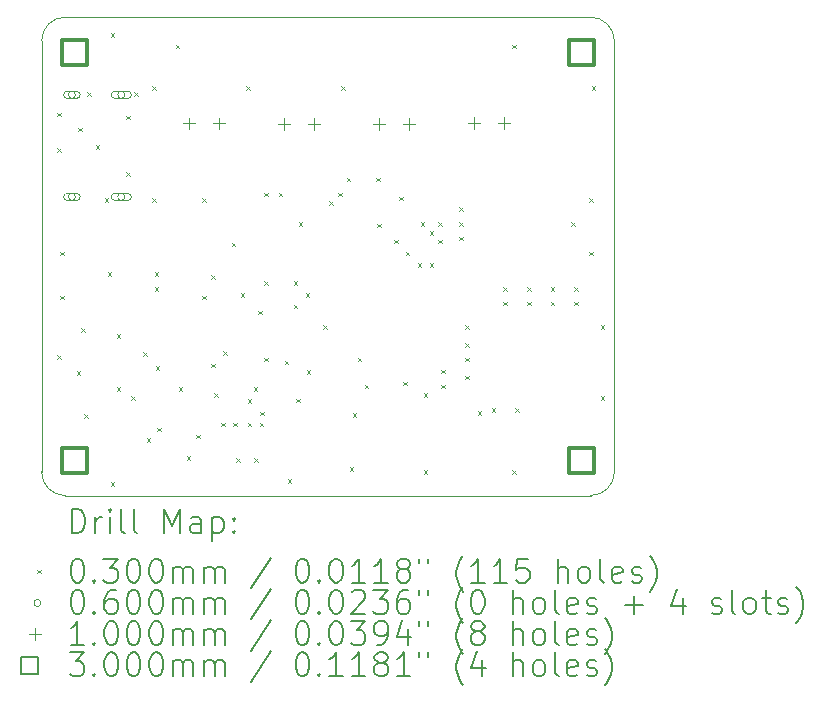
<source format=gbr>
%TF.GenerationSoftware,KiCad,Pcbnew,8.0.1*%
%TF.CreationDate,2024-06-13T11:44:20+10:00*%
%TF.ProjectId,CLD,434c442e-6b69-4636-9164-5f7063625858,rev?*%
%TF.SameCoordinates,Original*%
%TF.FileFunction,Drillmap*%
%TF.FilePolarity,Positive*%
%FSLAX45Y45*%
G04 Gerber Fmt 4.5, Leading zero omitted, Abs format (unit mm)*
G04 Created by KiCad (PCBNEW 8.0.1) date 2024-06-13 11:44:20*
%MOMM*%
%LPD*%
G01*
G04 APERTURE LIST*
%ADD10C,0.050000*%
%ADD11C,0.100000*%
%ADD12C,0.200000*%
%ADD13C,0.300000*%
G04 APERTURE END LIST*
D10*
X11700000Y-4250000D02*
X7250000Y-4250000D01*
D11*
X7050000Y-4450000D02*
G75*
G02*
X7250000Y-4250000I200000J0D01*
G01*
X11900000Y-8100000D02*
G75*
G02*
X11700000Y-8300000I-200000J0D01*
G01*
X11700000Y-4250000D02*
G75*
G02*
X11900000Y-4450000I0J-200000D01*
G01*
D10*
X11900000Y-8100000D02*
X11900000Y-4450000D01*
D11*
X7250000Y-8300000D02*
G75*
G02*
X7050000Y-8100000I0J200000D01*
G01*
D10*
X7250000Y-8300000D02*
X11700000Y-8300000D01*
X7050000Y-4450000D02*
X7050000Y-8100000D01*
D12*
D11*
X7185000Y-5060000D02*
X7215000Y-5090000D01*
X7215000Y-5060000D02*
X7185000Y-5090000D01*
X7185000Y-5360000D02*
X7215000Y-5390000D01*
X7215000Y-5360000D02*
X7185000Y-5390000D01*
X7185000Y-7110000D02*
X7215000Y-7140000D01*
X7215000Y-7110000D02*
X7185000Y-7140000D01*
X7210000Y-6235000D02*
X7240000Y-6265000D01*
X7240000Y-6235000D02*
X7210000Y-6265000D01*
X7210000Y-6610000D02*
X7240000Y-6640000D01*
X7240000Y-6610000D02*
X7210000Y-6640000D01*
X7347401Y-7249617D02*
X7377401Y-7279617D01*
X7377401Y-7249617D02*
X7347401Y-7279617D01*
X7360000Y-5185000D02*
X7390000Y-5215000D01*
X7390000Y-5185000D02*
X7360000Y-5215000D01*
X7385000Y-6885000D02*
X7415000Y-6915000D01*
X7415000Y-6885000D02*
X7385000Y-6915000D01*
X7410000Y-7610000D02*
X7440000Y-7640000D01*
X7440000Y-7610000D02*
X7410000Y-7640000D01*
X7435000Y-4885000D02*
X7465000Y-4915000D01*
X7465000Y-4885000D02*
X7435000Y-4915000D01*
X7510000Y-5335000D02*
X7540000Y-5365000D01*
X7540000Y-5335000D02*
X7510000Y-5365000D01*
X7585000Y-5785000D02*
X7615000Y-5815000D01*
X7615000Y-5785000D02*
X7585000Y-5815000D01*
X7610000Y-6410000D02*
X7640000Y-6440000D01*
X7640000Y-6410000D02*
X7610000Y-6440000D01*
X7635000Y-4385000D02*
X7665000Y-4415000D01*
X7665000Y-4385000D02*
X7635000Y-4415000D01*
X7635000Y-8185000D02*
X7665000Y-8215000D01*
X7665000Y-8185000D02*
X7635000Y-8215000D01*
X7685000Y-6935000D02*
X7715000Y-6965000D01*
X7715000Y-6935000D02*
X7685000Y-6965000D01*
X7685000Y-7385000D02*
X7715000Y-7415000D01*
X7715000Y-7385000D02*
X7685000Y-7415000D01*
X7767500Y-5084000D02*
X7797500Y-5114000D01*
X7797500Y-5084000D02*
X7767500Y-5114000D01*
X7767500Y-5564000D02*
X7797500Y-5594000D01*
X7797500Y-5564000D02*
X7767500Y-5594000D01*
X7810000Y-7460000D02*
X7840000Y-7490000D01*
X7840000Y-7460000D02*
X7810000Y-7490000D01*
X7835000Y-4885000D02*
X7865000Y-4915000D01*
X7865000Y-4885000D02*
X7835000Y-4915000D01*
X7910000Y-7085000D02*
X7940000Y-7115000D01*
X7940000Y-7085000D02*
X7910000Y-7115000D01*
X7940108Y-7815108D02*
X7970108Y-7845108D01*
X7970108Y-7815108D02*
X7940108Y-7845108D01*
X7985000Y-4835000D02*
X8015000Y-4865000D01*
X8015000Y-4835000D02*
X7985000Y-4865000D01*
X7985000Y-5785000D02*
X8015000Y-5815000D01*
X8015000Y-5785000D02*
X7985000Y-5815000D01*
X8010000Y-6410000D02*
X8040000Y-6440000D01*
X8040000Y-6410000D02*
X8010000Y-6440000D01*
X8010000Y-6535000D02*
X8040000Y-6565000D01*
X8040000Y-6535000D02*
X8010000Y-6565000D01*
X8018336Y-7203534D02*
X8048336Y-7233534D01*
X8048336Y-7203534D02*
X8018336Y-7233534D01*
X8029910Y-7725305D02*
X8059910Y-7755305D01*
X8059910Y-7725305D02*
X8029910Y-7755305D01*
X8185000Y-4485000D02*
X8215000Y-4515000D01*
X8215000Y-4485000D02*
X8185000Y-4515000D01*
X8210000Y-7385000D02*
X8240000Y-7415000D01*
X8240000Y-7385000D02*
X8210000Y-7415000D01*
X8277278Y-7967897D02*
X8307278Y-7997897D01*
X8307278Y-7967897D02*
X8277278Y-7997897D01*
X8360000Y-7785000D02*
X8390000Y-7815000D01*
X8390000Y-7785000D02*
X8360000Y-7815000D01*
X8410000Y-5785000D02*
X8440000Y-5815000D01*
X8440000Y-5785000D02*
X8410000Y-5815000D01*
X8410000Y-6610000D02*
X8440000Y-6640000D01*
X8440000Y-6610000D02*
X8410000Y-6640000D01*
X8485000Y-6435000D02*
X8515000Y-6465000D01*
X8515000Y-6435000D02*
X8485000Y-6465000D01*
X8485000Y-7185000D02*
X8515000Y-7215000D01*
X8515000Y-7185000D02*
X8485000Y-7215000D01*
X8510000Y-7435000D02*
X8540000Y-7465000D01*
X8540000Y-7435000D02*
X8510000Y-7465000D01*
X8572500Y-7685000D02*
X8602500Y-7715000D01*
X8602500Y-7685000D02*
X8572500Y-7715000D01*
X8589801Y-7080199D02*
X8619801Y-7110199D01*
X8619801Y-7080199D02*
X8589801Y-7110199D01*
X8660000Y-6160000D02*
X8690000Y-6190000D01*
X8690000Y-6160000D02*
X8660000Y-6190000D01*
X8672500Y-7685000D02*
X8702500Y-7715000D01*
X8702500Y-7685000D02*
X8672500Y-7715000D01*
X8697500Y-7985000D02*
X8727500Y-8015000D01*
X8727500Y-7985000D02*
X8697500Y-8015000D01*
X8735000Y-6585000D02*
X8765000Y-6615000D01*
X8765000Y-6585000D02*
X8735000Y-6615000D01*
X8785000Y-4835000D02*
X8815000Y-4865000D01*
X8815000Y-4835000D02*
X8785000Y-4865000D01*
X8797500Y-7485000D02*
X8827500Y-7515000D01*
X8827500Y-7485000D02*
X8797500Y-7515000D01*
X8797500Y-7685000D02*
X8827500Y-7715000D01*
X8827500Y-7685000D02*
X8797500Y-7715000D01*
X8847500Y-7385000D02*
X8877500Y-7415000D01*
X8877500Y-7385000D02*
X8847500Y-7415000D01*
X8850000Y-7985000D02*
X8880000Y-8015000D01*
X8880000Y-7985000D02*
X8850000Y-8015000D01*
X8885000Y-6735000D02*
X8915000Y-6765000D01*
X8915000Y-6735000D02*
X8885000Y-6765000D01*
X8897500Y-7685000D02*
X8927500Y-7715000D01*
X8927500Y-7685000D02*
X8897500Y-7715000D01*
X8900000Y-7590000D02*
X8930000Y-7620000D01*
X8930000Y-7590000D02*
X8900000Y-7620000D01*
X8935000Y-5735000D02*
X8965000Y-5765000D01*
X8965000Y-5735000D02*
X8935000Y-5765000D01*
X8935000Y-6485000D02*
X8965000Y-6515000D01*
X8965000Y-6485000D02*
X8935000Y-6515000D01*
X8935000Y-7135000D02*
X8965000Y-7165000D01*
X8965000Y-7135000D02*
X8935000Y-7165000D01*
X9060000Y-5735000D02*
X9090000Y-5765000D01*
X9090000Y-5735000D02*
X9060000Y-5765000D01*
X9110000Y-7160000D02*
X9140000Y-7190000D01*
X9140000Y-7160000D02*
X9110000Y-7190000D01*
X9135000Y-8160000D02*
X9165000Y-8190000D01*
X9165000Y-8160000D02*
X9135000Y-8190000D01*
X9185000Y-6485000D02*
X9215000Y-6515000D01*
X9215000Y-6485000D02*
X9185000Y-6515000D01*
X9185000Y-6685000D02*
X9215000Y-6715000D01*
X9215000Y-6685000D02*
X9185000Y-6715000D01*
X9205199Y-7480199D02*
X9235199Y-7510199D01*
X9235199Y-7480199D02*
X9205199Y-7510199D01*
X9228813Y-5987131D02*
X9258813Y-6017131D01*
X9258813Y-5987131D02*
X9228813Y-6017131D01*
X9285000Y-6585000D02*
X9315000Y-6615000D01*
X9315000Y-6585000D02*
X9285000Y-6615000D01*
X9294332Y-7238033D02*
X9324332Y-7268033D01*
X9324332Y-7238033D02*
X9294332Y-7268033D01*
X9435000Y-6860000D02*
X9465000Y-6890000D01*
X9465000Y-6860000D02*
X9435000Y-6890000D01*
X9485000Y-5810000D02*
X9515000Y-5840000D01*
X9515000Y-5810000D02*
X9485000Y-5840000D01*
X9560000Y-5735000D02*
X9590000Y-5765000D01*
X9590000Y-5735000D02*
X9560000Y-5765000D01*
X9585000Y-4835000D02*
X9615000Y-4865000D01*
X9615000Y-4835000D02*
X9585000Y-4865000D01*
X9635000Y-5610000D02*
X9665000Y-5640000D01*
X9665000Y-5610000D02*
X9635000Y-5640000D01*
X9660000Y-8060000D02*
X9690000Y-8090000D01*
X9690000Y-8060000D02*
X9660000Y-8090000D01*
X9685000Y-7605000D02*
X9715000Y-7635000D01*
X9715000Y-7605000D02*
X9685000Y-7635000D01*
X9725668Y-7131967D02*
X9755668Y-7161967D01*
X9755668Y-7131967D02*
X9725668Y-7161967D01*
X9785000Y-7360000D02*
X9815000Y-7390000D01*
X9815000Y-7360000D02*
X9785000Y-7390000D01*
X9885000Y-5610000D02*
X9915000Y-5640000D01*
X9915000Y-5610000D02*
X9885000Y-5640000D01*
X9890000Y-5998750D02*
X9920000Y-6028750D01*
X9920000Y-5998750D02*
X9890000Y-6028750D01*
X10035000Y-6135000D02*
X10065000Y-6165000D01*
X10065000Y-6135000D02*
X10035000Y-6165000D01*
X10080000Y-5771250D02*
X10110000Y-5801250D01*
X10110000Y-5771250D02*
X10080000Y-5801250D01*
X10110000Y-7335000D02*
X10140000Y-7365000D01*
X10140000Y-7335000D02*
X10110000Y-7365000D01*
X10135000Y-6235000D02*
X10165000Y-6265000D01*
X10165000Y-6235000D02*
X10135000Y-6265000D01*
X10235000Y-6335000D02*
X10265000Y-6365000D01*
X10265000Y-6335000D02*
X10235000Y-6365000D01*
X10260000Y-5985000D02*
X10290000Y-6015000D01*
X10290000Y-5985000D02*
X10260000Y-6015000D01*
X10285000Y-7435000D02*
X10315000Y-7465000D01*
X10315000Y-7435000D02*
X10285000Y-7465000D01*
X10285000Y-8085000D02*
X10315000Y-8115000D01*
X10315000Y-8085000D02*
X10285000Y-8115000D01*
X10335000Y-6060000D02*
X10365000Y-6090000D01*
X10365000Y-6060000D02*
X10335000Y-6090000D01*
X10335000Y-6335000D02*
X10365000Y-6365000D01*
X10365000Y-6335000D02*
X10335000Y-6365000D01*
X10410000Y-5985000D02*
X10440000Y-6015000D01*
X10440000Y-5985000D02*
X10410000Y-6015000D01*
X10410000Y-6135000D02*
X10440000Y-6165000D01*
X10440000Y-6135000D02*
X10410000Y-6165000D01*
X10435000Y-7235000D02*
X10465000Y-7265000D01*
X10465000Y-7235000D02*
X10435000Y-7265000D01*
X10435000Y-7360000D02*
X10465000Y-7390000D01*
X10465000Y-7360000D02*
X10435000Y-7390000D01*
X10585000Y-5860000D02*
X10615000Y-5890000D01*
X10615000Y-5860000D02*
X10585000Y-5890000D01*
X10585000Y-5985000D02*
X10615000Y-6015000D01*
X10615000Y-5985000D02*
X10585000Y-6015000D01*
X10585000Y-6110000D02*
X10615000Y-6140000D01*
X10615000Y-6110000D02*
X10585000Y-6140000D01*
X10635000Y-6860000D02*
X10665000Y-6890000D01*
X10665000Y-6860000D02*
X10635000Y-6890000D01*
X10635000Y-7010000D02*
X10665000Y-7040000D01*
X10665000Y-7010000D02*
X10635000Y-7040000D01*
X10635000Y-7135000D02*
X10665000Y-7165000D01*
X10665000Y-7135000D02*
X10635000Y-7165000D01*
X10635000Y-7285000D02*
X10665000Y-7315000D01*
X10665000Y-7285000D02*
X10635000Y-7315000D01*
X10742500Y-7585000D02*
X10772500Y-7615000D01*
X10772500Y-7585000D02*
X10742500Y-7615000D01*
X10860000Y-7560000D02*
X10890000Y-7590000D01*
X10890000Y-7560000D02*
X10860000Y-7590000D01*
X10960000Y-6535000D02*
X10990000Y-6565000D01*
X10990000Y-6535000D02*
X10960000Y-6565000D01*
X10960000Y-6660000D02*
X10990000Y-6690000D01*
X10990000Y-6660000D02*
X10960000Y-6690000D01*
X11035000Y-4485000D02*
X11065000Y-4515000D01*
X11065000Y-4485000D02*
X11035000Y-4515000D01*
X11035000Y-8085000D02*
X11065000Y-8115000D01*
X11065000Y-8085000D02*
X11035000Y-8115000D01*
X11060000Y-7560000D02*
X11090000Y-7590000D01*
X11090000Y-7560000D02*
X11060000Y-7590000D01*
X11160000Y-6535000D02*
X11190000Y-6565000D01*
X11190000Y-6535000D02*
X11160000Y-6565000D01*
X11160000Y-6660000D02*
X11190000Y-6690000D01*
X11190000Y-6660000D02*
X11160000Y-6690000D01*
X11360000Y-6535000D02*
X11390000Y-6565000D01*
X11390000Y-6535000D02*
X11360000Y-6565000D01*
X11360000Y-6660000D02*
X11390000Y-6690000D01*
X11390000Y-6660000D02*
X11360000Y-6690000D01*
X11535000Y-5985000D02*
X11565000Y-6015000D01*
X11565000Y-5985000D02*
X11535000Y-6015000D01*
X11560000Y-6535000D02*
X11590000Y-6565000D01*
X11590000Y-6535000D02*
X11560000Y-6565000D01*
X11560000Y-6660000D02*
X11590000Y-6690000D01*
X11590000Y-6660000D02*
X11560000Y-6690000D01*
X11685000Y-5785000D02*
X11715000Y-5815000D01*
X11715000Y-5785000D02*
X11685000Y-5815000D01*
X11685000Y-6235000D02*
X11715000Y-6265000D01*
X11715000Y-6235000D02*
X11685000Y-6265000D01*
X11710000Y-4835000D02*
X11740000Y-4865000D01*
X11740000Y-4835000D02*
X11710000Y-4865000D01*
X11785000Y-6860000D02*
X11815000Y-6890000D01*
X11815000Y-6860000D02*
X11785000Y-6890000D01*
X11785000Y-7460000D02*
X11815000Y-7490000D01*
X11815000Y-7460000D02*
X11785000Y-7490000D01*
X7337000Y-4907000D02*
G75*
G02*
X7277000Y-4907000I-30000J0D01*
G01*
X7277000Y-4907000D02*
G75*
G02*
X7337000Y-4907000I30000J0D01*
G01*
X7347000Y-4877000D02*
X7267000Y-4877000D01*
X7267000Y-4937000D02*
G75*
G02*
X7267000Y-4877000I0J30000D01*
G01*
X7267000Y-4937000D02*
X7347000Y-4937000D01*
X7347000Y-4937000D02*
G75*
G03*
X7347000Y-4877000I0J30000D01*
G01*
X7337000Y-5771000D02*
G75*
G02*
X7277000Y-5771000I-30000J0D01*
G01*
X7277000Y-5771000D02*
G75*
G02*
X7337000Y-5771000I30000J0D01*
G01*
X7347000Y-5741000D02*
X7267000Y-5741000D01*
X7267000Y-5801000D02*
G75*
G02*
X7267000Y-5741000I0J30000D01*
G01*
X7267000Y-5801000D02*
X7347000Y-5801000D01*
X7347000Y-5801000D02*
G75*
G03*
X7347000Y-5741000I0J30000D01*
G01*
X7755000Y-4907000D02*
G75*
G02*
X7695000Y-4907000I-30000J0D01*
G01*
X7695000Y-4907000D02*
G75*
G02*
X7755000Y-4907000I30000J0D01*
G01*
X7780000Y-4877000D02*
X7670000Y-4877000D01*
X7670000Y-4937000D02*
G75*
G02*
X7670000Y-4877000I0J30000D01*
G01*
X7670000Y-4937000D02*
X7780000Y-4937000D01*
X7780000Y-4937000D02*
G75*
G03*
X7780000Y-4877000I0J30000D01*
G01*
X7755000Y-5771000D02*
G75*
G02*
X7695000Y-5771000I-30000J0D01*
G01*
X7695000Y-5771000D02*
G75*
G02*
X7755000Y-5771000I30000J0D01*
G01*
X7780000Y-5741000D02*
X7670000Y-5741000D01*
X7670000Y-5801000D02*
G75*
G02*
X7670000Y-5741000I0J30000D01*
G01*
X7670000Y-5801000D02*
X7780000Y-5801000D01*
X7780000Y-5801000D02*
G75*
G03*
X7780000Y-5741000I0J30000D01*
G01*
X8298500Y-5100000D02*
X8298500Y-5200000D01*
X8248500Y-5150000D02*
X8348500Y-5150000D01*
X8552500Y-5100000D02*
X8552500Y-5200000D01*
X8502500Y-5150000D02*
X8602500Y-5150000D01*
X9100833Y-5101250D02*
X9100833Y-5201250D01*
X9050833Y-5151250D02*
X9150833Y-5151250D01*
X9354833Y-5101250D02*
X9354833Y-5201250D01*
X9304833Y-5151250D02*
X9404833Y-5151250D01*
X9909167Y-5103750D02*
X9909167Y-5203750D01*
X9859167Y-5153750D02*
X9959167Y-5153750D01*
X10163167Y-5103750D02*
X10163167Y-5203750D01*
X10113167Y-5153750D02*
X10213167Y-5153750D01*
X10708500Y-5097500D02*
X10708500Y-5197500D01*
X10658500Y-5147500D02*
X10758500Y-5147500D01*
X10962500Y-5097500D02*
X10962500Y-5197500D01*
X10912500Y-5147500D02*
X11012500Y-5147500D01*
D13*
X7431067Y-4656067D02*
X7431067Y-4443933D01*
X7218933Y-4443933D01*
X7218933Y-4656067D01*
X7431067Y-4656067D01*
X7431067Y-8106067D02*
X7431067Y-7893933D01*
X7218933Y-7893933D01*
X7218933Y-8106067D01*
X7431067Y-8106067D01*
X11731067Y-4656067D02*
X11731067Y-4443933D01*
X11518933Y-4443933D01*
X11518933Y-4656067D01*
X11731067Y-4656067D01*
X11731067Y-8106067D02*
X11731067Y-7893933D01*
X11518933Y-7893933D01*
X11518933Y-8106067D01*
X11731067Y-8106067D01*
D12*
X7305777Y-8616484D02*
X7305777Y-8416484D01*
X7305777Y-8416484D02*
X7353396Y-8416484D01*
X7353396Y-8416484D02*
X7381967Y-8426008D01*
X7381967Y-8426008D02*
X7401015Y-8445055D01*
X7401015Y-8445055D02*
X7410539Y-8464103D01*
X7410539Y-8464103D02*
X7420062Y-8502198D01*
X7420062Y-8502198D02*
X7420062Y-8530770D01*
X7420062Y-8530770D02*
X7410539Y-8568865D01*
X7410539Y-8568865D02*
X7401015Y-8587912D01*
X7401015Y-8587912D02*
X7381967Y-8606960D01*
X7381967Y-8606960D02*
X7353396Y-8616484D01*
X7353396Y-8616484D02*
X7305777Y-8616484D01*
X7505777Y-8616484D02*
X7505777Y-8483150D01*
X7505777Y-8521246D02*
X7515301Y-8502198D01*
X7515301Y-8502198D02*
X7524824Y-8492674D01*
X7524824Y-8492674D02*
X7543872Y-8483150D01*
X7543872Y-8483150D02*
X7562920Y-8483150D01*
X7629586Y-8616484D02*
X7629586Y-8483150D01*
X7629586Y-8416484D02*
X7620062Y-8426008D01*
X7620062Y-8426008D02*
X7629586Y-8435531D01*
X7629586Y-8435531D02*
X7639110Y-8426008D01*
X7639110Y-8426008D02*
X7629586Y-8416484D01*
X7629586Y-8416484D02*
X7629586Y-8435531D01*
X7753396Y-8616484D02*
X7734348Y-8606960D01*
X7734348Y-8606960D02*
X7724824Y-8587912D01*
X7724824Y-8587912D02*
X7724824Y-8416484D01*
X7858158Y-8616484D02*
X7839110Y-8606960D01*
X7839110Y-8606960D02*
X7829586Y-8587912D01*
X7829586Y-8587912D02*
X7829586Y-8416484D01*
X8086729Y-8616484D02*
X8086729Y-8416484D01*
X8086729Y-8416484D02*
X8153396Y-8559341D01*
X8153396Y-8559341D02*
X8220062Y-8416484D01*
X8220062Y-8416484D02*
X8220062Y-8616484D01*
X8401015Y-8616484D02*
X8401015Y-8511722D01*
X8401015Y-8511722D02*
X8391491Y-8492674D01*
X8391491Y-8492674D02*
X8372443Y-8483150D01*
X8372443Y-8483150D02*
X8334348Y-8483150D01*
X8334348Y-8483150D02*
X8315301Y-8492674D01*
X8401015Y-8606960D02*
X8381967Y-8616484D01*
X8381967Y-8616484D02*
X8334348Y-8616484D01*
X8334348Y-8616484D02*
X8315301Y-8606960D01*
X8315301Y-8606960D02*
X8305777Y-8587912D01*
X8305777Y-8587912D02*
X8305777Y-8568865D01*
X8305777Y-8568865D02*
X8315301Y-8549817D01*
X8315301Y-8549817D02*
X8334348Y-8540293D01*
X8334348Y-8540293D02*
X8381967Y-8540293D01*
X8381967Y-8540293D02*
X8401015Y-8530770D01*
X8496253Y-8483150D02*
X8496253Y-8683150D01*
X8496253Y-8492674D02*
X8515301Y-8483150D01*
X8515301Y-8483150D02*
X8553396Y-8483150D01*
X8553396Y-8483150D02*
X8572444Y-8492674D01*
X8572444Y-8492674D02*
X8581967Y-8502198D01*
X8581967Y-8502198D02*
X8591491Y-8521246D01*
X8591491Y-8521246D02*
X8591491Y-8578389D01*
X8591491Y-8578389D02*
X8581967Y-8597436D01*
X8581967Y-8597436D02*
X8572444Y-8606960D01*
X8572444Y-8606960D02*
X8553396Y-8616484D01*
X8553396Y-8616484D02*
X8515301Y-8616484D01*
X8515301Y-8616484D02*
X8496253Y-8606960D01*
X8677205Y-8597436D02*
X8686729Y-8606960D01*
X8686729Y-8606960D02*
X8677205Y-8616484D01*
X8677205Y-8616484D02*
X8667682Y-8606960D01*
X8667682Y-8606960D02*
X8677205Y-8597436D01*
X8677205Y-8597436D02*
X8677205Y-8616484D01*
X8677205Y-8492674D02*
X8686729Y-8502198D01*
X8686729Y-8502198D02*
X8677205Y-8511722D01*
X8677205Y-8511722D02*
X8667682Y-8502198D01*
X8667682Y-8502198D02*
X8677205Y-8492674D01*
X8677205Y-8492674D02*
X8677205Y-8511722D01*
D11*
X7015000Y-8930000D02*
X7045000Y-8960000D01*
X7045000Y-8930000D02*
X7015000Y-8960000D01*
D12*
X7343872Y-8836484D02*
X7362920Y-8836484D01*
X7362920Y-8836484D02*
X7381967Y-8846008D01*
X7381967Y-8846008D02*
X7391491Y-8855531D01*
X7391491Y-8855531D02*
X7401015Y-8874579D01*
X7401015Y-8874579D02*
X7410539Y-8912674D01*
X7410539Y-8912674D02*
X7410539Y-8960293D01*
X7410539Y-8960293D02*
X7401015Y-8998389D01*
X7401015Y-8998389D02*
X7391491Y-9017436D01*
X7391491Y-9017436D02*
X7381967Y-9026960D01*
X7381967Y-9026960D02*
X7362920Y-9036484D01*
X7362920Y-9036484D02*
X7343872Y-9036484D01*
X7343872Y-9036484D02*
X7324824Y-9026960D01*
X7324824Y-9026960D02*
X7315301Y-9017436D01*
X7315301Y-9017436D02*
X7305777Y-8998389D01*
X7305777Y-8998389D02*
X7296253Y-8960293D01*
X7296253Y-8960293D02*
X7296253Y-8912674D01*
X7296253Y-8912674D02*
X7305777Y-8874579D01*
X7305777Y-8874579D02*
X7315301Y-8855531D01*
X7315301Y-8855531D02*
X7324824Y-8846008D01*
X7324824Y-8846008D02*
X7343872Y-8836484D01*
X7496253Y-9017436D02*
X7505777Y-9026960D01*
X7505777Y-9026960D02*
X7496253Y-9036484D01*
X7496253Y-9036484D02*
X7486729Y-9026960D01*
X7486729Y-9026960D02*
X7496253Y-9017436D01*
X7496253Y-9017436D02*
X7496253Y-9036484D01*
X7572443Y-8836484D02*
X7696253Y-8836484D01*
X7696253Y-8836484D02*
X7629586Y-8912674D01*
X7629586Y-8912674D02*
X7658158Y-8912674D01*
X7658158Y-8912674D02*
X7677205Y-8922198D01*
X7677205Y-8922198D02*
X7686729Y-8931722D01*
X7686729Y-8931722D02*
X7696253Y-8950770D01*
X7696253Y-8950770D02*
X7696253Y-8998389D01*
X7696253Y-8998389D02*
X7686729Y-9017436D01*
X7686729Y-9017436D02*
X7677205Y-9026960D01*
X7677205Y-9026960D02*
X7658158Y-9036484D01*
X7658158Y-9036484D02*
X7601015Y-9036484D01*
X7601015Y-9036484D02*
X7581967Y-9026960D01*
X7581967Y-9026960D02*
X7572443Y-9017436D01*
X7820062Y-8836484D02*
X7839110Y-8836484D01*
X7839110Y-8836484D02*
X7858158Y-8846008D01*
X7858158Y-8846008D02*
X7867682Y-8855531D01*
X7867682Y-8855531D02*
X7877205Y-8874579D01*
X7877205Y-8874579D02*
X7886729Y-8912674D01*
X7886729Y-8912674D02*
X7886729Y-8960293D01*
X7886729Y-8960293D02*
X7877205Y-8998389D01*
X7877205Y-8998389D02*
X7867682Y-9017436D01*
X7867682Y-9017436D02*
X7858158Y-9026960D01*
X7858158Y-9026960D02*
X7839110Y-9036484D01*
X7839110Y-9036484D02*
X7820062Y-9036484D01*
X7820062Y-9036484D02*
X7801015Y-9026960D01*
X7801015Y-9026960D02*
X7791491Y-9017436D01*
X7791491Y-9017436D02*
X7781967Y-8998389D01*
X7781967Y-8998389D02*
X7772443Y-8960293D01*
X7772443Y-8960293D02*
X7772443Y-8912674D01*
X7772443Y-8912674D02*
X7781967Y-8874579D01*
X7781967Y-8874579D02*
X7791491Y-8855531D01*
X7791491Y-8855531D02*
X7801015Y-8846008D01*
X7801015Y-8846008D02*
X7820062Y-8836484D01*
X8010539Y-8836484D02*
X8029586Y-8836484D01*
X8029586Y-8836484D02*
X8048634Y-8846008D01*
X8048634Y-8846008D02*
X8058158Y-8855531D01*
X8058158Y-8855531D02*
X8067682Y-8874579D01*
X8067682Y-8874579D02*
X8077205Y-8912674D01*
X8077205Y-8912674D02*
X8077205Y-8960293D01*
X8077205Y-8960293D02*
X8067682Y-8998389D01*
X8067682Y-8998389D02*
X8058158Y-9017436D01*
X8058158Y-9017436D02*
X8048634Y-9026960D01*
X8048634Y-9026960D02*
X8029586Y-9036484D01*
X8029586Y-9036484D02*
X8010539Y-9036484D01*
X8010539Y-9036484D02*
X7991491Y-9026960D01*
X7991491Y-9026960D02*
X7981967Y-9017436D01*
X7981967Y-9017436D02*
X7972443Y-8998389D01*
X7972443Y-8998389D02*
X7962920Y-8960293D01*
X7962920Y-8960293D02*
X7962920Y-8912674D01*
X7962920Y-8912674D02*
X7972443Y-8874579D01*
X7972443Y-8874579D02*
X7981967Y-8855531D01*
X7981967Y-8855531D02*
X7991491Y-8846008D01*
X7991491Y-8846008D02*
X8010539Y-8836484D01*
X8162920Y-9036484D02*
X8162920Y-8903150D01*
X8162920Y-8922198D02*
X8172443Y-8912674D01*
X8172443Y-8912674D02*
X8191491Y-8903150D01*
X8191491Y-8903150D02*
X8220063Y-8903150D01*
X8220063Y-8903150D02*
X8239110Y-8912674D01*
X8239110Y-8912674D02*
X8248634Y-8931722D01*
X8248634Y-8931722D02*
X8248634Y-9036484D01*
X8248634Y-8931722D02*
X8258158Y-8912674D01*
X8258158Y-8912674D02*
X8277205Y-8903150D01*
X8277205Y-8903150D02*
X8305777Y-8903150D01*
X8305777Y-8903150D02*
X8324824Y-8912674D01*
X8324824Y-8912674D02*
X8334348Y-8931722D01*
X8334348Y-8931722D02*
X8334348Y-9036484D01*
X8429586Y-9036484D02*
X8429586Y-8903150D01*
X8429586Y-8922198D02*
X8439110Y-8912674D01*
X8439110Y-8912674D02*
X8458158Y-8903150D01*
X8458158Y-8903150D02*
X8486729Y-8903150D01*
X8486729Y-8903150D02*
X8505777Y-8912674D01*
X8505777Y-8912674D02*
X8515301Y-8931722D01*
X8515301Y-8931722D02*
X8515301Y-9036484D01*
X8515301Y-8931722D02*
X8524825Y-8912674D01*
X8524825Y-8912674D02*
X8543872Y-8903150D01*
X8543872Y-8903150D02*
X8572444Y-8903150D01*
X8572444Y-8903150D02*
X8591491Y-8912674D01*
X8591491Y-8912674D02*
X8601015Y-8931722D01*
X8601015Y-8931722D02*
X8601015Y-9036484D01*
X8991491Y-8826960D02*
X8820063Y-9084103D01*
X9248634Y-8836484D02*
X9267682Y-8836484D01*
X9267682Y-8836484D02*
X9286729Y-8846008D01*
X9286729Y-8846008D02*
X9296253Y-8855531D01*
X9296253Y-8855531D02*
X9305777Y-8874579D01*
X9305777Y-8874579D02*
X9315301Y-8912674D01*
X9315301Y-8912674D02*
X9315301Y-8960293D01*
X9315301Y-8960293D02*
X9305777Y-8998389D01*
X9305777Y-8998389D02*
X9296253Y-9017436D01*
X9296253Y-9017436D02*
X9286729Y-9026960D01*
X9286729Y-9026960D02*
X9267682Y-9036484D01*
X9267682Y-9036484D02*
X9248634Y-9036484D01*
X9248634Y-9036484D02*
X9229587Y-9026960D01*
X9229587Y-9026960D02*
X9220063Y-9017436D01*
X9220063Y-9017436D02*
X9210539Y-8998389D01*
X9210539Y-8998389D02*
X9201015Y-8960293D01*
X9201015Y-8960293D02*
X9201015Y-8912674D01*
X9201015Y-8912674D02*
X9210539Y-8874579D01*
X9210539Y-8874579D02*
X9220063Y-8855531D01*
X9220063Y-8855531D02*
X9229587Y-8846008D01*
X9229587Y-8846008D02*
X9248634Y-8836484D01*
X9401015Y-9017436D02*
X9410539Y-9026960D01*
X9410539Y-9026960D02*
X9401015Y-9036484D01*
X9401015Y-9036484D02*
X9391491Y-9026960D01*
X9391491Y-9026960D02*
X9401015Y-9017436D01*
X9401015Y-9017436D02*
X9401015Y-9036484D01*
X9534348Y-8836484D02*
X9553396Y-8836484D01*
X9553396Y-8836484D02*
X9572444Y-8846008D01*
X9572444Y-8846008D02*
X9581968Y-8855531D01*
X9581968Y-8855531D02*
X9591491Y-8874579D01*
X9591491Y-8874579D02*
X9601015Y-8912674D01*
X9601015Y-8912674D02*
X9601015Y-8960293D01*
X9601015Y-8960293D02*
X9591491Y-8998389D01*
X9591491Y-8998389D02*
X9581968Y-9017436D01*
X9581968Y-9017436D02*
X9572444Y-9026960D01*
X9572444Y-9026960D02*
X9553396Y-9036484D01*
X9553396Y-9036484D02*
X9534348Y-9036484D01*
X9534348Y-9036484D02*
X9515301Y-9026960D01*
X9515301Y-9026960D02*
X9505777Y-9017436D01*
X9505777Y-9017436D02*
X9496253Y-8998389D01*
X9496253Y-8998389D02*
X9486729Y-8960293D01*
X9486729Y-8960293D02*
X9486729Y-8912674D01*
X9486729Y-8912674D02*
X9496253Y-8874579D01*
X9496253Y-8874579D02*
X9505777Y-8855531D01*
X9505777Y-8855531D02*
X9515301Y-8846008D01*
X9515301Y-8846008D02*
X9534348Y-8836484D01*
X9791491Y-9036484D02*
X9677206Y-9036484D01*
X9734348Y-9036484D02*
X9734348Y-8836484D01*
X9734348Y-8836484D02*
X9715301Y-8865055D01*
X9715301Y-8865055D02*
X9696253Y-8884103D01*
X9696253Y-8884103D02*
X9677206Y-8893627D01*
X9981968Y-9036484D02*
X9867682Y-9036484D01*
X9924825Y-9036484D02*
X9924825Y-8836484D01*
X9924825Y-8836484D02*
X9905777Y-8865055D01*
X9905777Y-8865055D02*
X9886729Y-8884103D01*
X9886729Y-8884103D02*
X9867682Y-8893627D01*
X10096253Y-8922198D02*
X10077206Y-8912674D01*
X10077206Y-8912674D02*
X10067682Y-8903150D01*
X10067682Y-8903150D02*
X10058158Y-8884103D01*
X10058158Y-8884103D02*
X10058158Y-8874579D01*
X10058158Y-8874579D02*
X10067682Y-8855531D01*
X10067682Y-8855531D02*
X10077206Y-8846008D01*
X10077206Y-8846008D02*
X10096253Y-8836484D01*
X10096253Y-8836484D02*
X10134349Y-8836484D01*
X10134349Y-8836484D02*
X10153396Y-8846008D01*
X10153396Y-8846008D02*
X10162920Y-8855531D01*
X10162920Y-8855531D02*
X10172444Y-8874579D01*
X10172444Y-8874579D02*
X10172444Y-8884103D01*
X10172444Y-8884103D02*
X10162920Y-8903150D01*
X10162920Y-8903150D02*
X10153396Y-8912674D01*
X10153396Y-8912674D02*
X10134349Y-8922198D01*
X10134349Y-8922198D02*
X10096253Y-8922198D01*
X10096253Y-8922198D02*
X10077206Y-8931722D01*
X10077206Y-8931722D02*
X10067682Y-8941246D01*
X10067682Y-8941246D02*
X10058158Y-8960293D01*
X10058158Y-8960293D02*
X10058158Y-8998389D01*
X10058158Y-8998389D02*
X10067682Y-9017436D01*
X10067682Y-9017436D02*
X10077206Y-9026960D01*
X10077206Y-9026960D02*
X10096253Y-9036484D01*
X10096253Y-9036484D02*
X10134349Y-9036484D01*
X10134349Y-9036484D02*
X10153396Y-9026960D01*
X10153396Y-9026960D02*
X10162920Y-9017436D01*
X10162920Y-9017436D02*
X10172444Y-8998389D01*
X10172444Y-8998389D02*
X10172444Y-8960293D01*
X10172444Y-8960293D02*
X10162920Y-8941246D01*
X10162920Y-8941246D02*
X10153396Y-8931722D01*
X10153396Y-8931722D02*
X10134349Y-8922198D01*
X10248634Y-8836484D02*
X10248634Y-8874579D01*
X10324825Y-8836484D02*
X10324825Y-8874579D01*
X10620063Y-9112674D02*
X10610539Y-9103150D01*
X10610539Y-9103150D02*
X10591491Y-9074579D01*
X10591491Y-9074579D02*
X10581968Y-9055531D01*
X10581968Y-9055531D02*
X10572444Y-9026960D01*
X10572444Y-9026960D02*
X10562920Y-8979341D01*
X10562920Y-8979341D02*
X10562920Y-8941246D01*
X10562920Y-8941246D02*
X10572444Y-8893627D01*
X10572444Y-8893627D02*
X10581968Y-8865055D01*
X10581968Y-8865055D02*
X10591491Y-8846008D01*
X10591491Y-8846008D02*
X10610539Y-8817436D01*
X10610539Y-8817436D02*
X10620063Y-8807912D01*
X10801015Y-9036484D02*
X10686730Y-9036484D01*
X10743872Y-9036484D02*
X10743872Y-8836484D01*
X10743872Y-8836484D02*
X10724825Y-8865055D01*
X10724825Y-8865055D02*
X10705777Y-8884103D01*
X10705777Y-8884103D02*
X10686730Y-8893627D01*
X10991491Y-9036484D02*
X10877206Y-9036484D01*
X10934349Y-9036484D02*
X10934349Y-8836484D01*
X10934349Y-8836484D02*
X10915301Y-8865055D01*
X10915301Y-8865055D02*
X10896253Y-8884103D01*
X10896253Y-8884103D02*
X10877206Y-8893627D01*
X11172444Y-8836484D02*
X11077206Y-8836484D01*
X11077206Y-8836484D02*
X11067682Y-8931722D01*
X11067682Y-8931722D02*
X11077206Y-8922198D01*
X11077206Y-8922198D02*
X11096253Y-8912674D01*
X11096253Y-8912674D02*
X11143872Y-8912674D01*
X11143872Y-8912674D02*
X11162920Y-8922198D01*
X11162920Y-8922198D02*
X11172444Y-8931722D01*
X11172444Y-8931722D02*
X11181968Y-8950770D01*
X11181968Y-8950770D02*
X11181968Y-8998389D01*
X11181968Y-8998389D02*
X11172444Y-9017436D01*
X11172444Y-9017436D02*
X11162920Y-9026960D01*
X11162920Y-9026960D02*
X11143872Y-9036484D01*
X11143872Y-9036484D02*
X11096253Y-9036484D01*
X11096253Y-9036484D02*
X11077206Y-9026960D01*
X11077206Y-9026960D02*
X11067682Y-9017436D01*
X11420063Y-9036484D02*
X11420063Y-8836484D01*
X11505777Y-9036484D02*
X11505777Y-8931722D01*
X11505777Y-8931722D02*
X11496253Y-8912674D01*
X11496253Y-8912674D02*
X11477206Y-8903150D01*
X11477206Y-8903150D02*
X11448634Y-8903150D01*
X11448634Y-8903150D02*
X11429587Y-8912674D01*
X11429587Y-8912674D02*
X11420063Y-8922198D01*
X11629587Y-9036484D02*
X11610539Y-9026960D01*
X11610539Y-9026960D02*
X11601015Y-9017436D01*
X11601015Y-9017436D02*
X11591491Y-8998389D01*
X11591491Y-8998389D02*
X11591491Y-8941246D01*
X11591491Y-8941246D02*
X11601015Y-8922198D01*
X11601015Y-8922198D02*
X11610539Y-8912674D01*
X11610539Y-8912674D02*
X11629587Y-8903150D01*
X11629587Y-8903150D02*
X11658158Y-8903150D01*
X11658158Y-8903150D02*
X11677206Y-8912674D01*
X11677206Y-8912674D02*
X11686730Y-8922198D01*
X11686730Y-8922198D02*
X11696253Y-8941246D01*
X11696253Y-8941246D02*
X11696253Y-8998389D01*
X11696253Y-8998389D02*
X11686730Y-9017436D01*
X11686730Y-9017436D02*
X11677206Y-9026960D01*
X11677206Y-9026960D02*
X11658158Y-9036484D01*
X11658158Y-9036484D02*
X11629587Y-9036484D01*
X11810539Y-9036484D02*
X11791491Y-9026960D01*
X11791491Y-9026960D02*
X11781968Y-9007912D01*
X11781968Y-9007912D02*
X11781968Y-8836484D01*
X11962920Y-9026960D02*
X11943872Y-9036484D01*
X11943872Y-9036484D02*
X11905777Y-9036484D01*
X11905777Y-9036484D02*
X11886730Y-9026960D01*
X11886730Y-9026960D02*
X11877206Y-9007912D01*
X11877206Y-9007912D02*
X11877206Y-8931722D01*
X11877206Y-8931722D02*
X11886730Y-8912674D01*
X11886730Y-8912674D02*
X11905777Y-8903150D01*
X11905777Y-8903150D02*
X11943872Y-8903150D01*
X11943872Y-8903150D02*
X11962920Y-8912674D01*
X11962920Y-8912674D02*
X11972444Y-8931722D01*
X11972444Y-8931722D02*
X11972444Y-8950770D01*
X11972444Y-8950770D02*
X11877206Y-8969817D01*
X12048634Y-9026960D02*
X12067682Y-9036484D01*
X12067682Y-9036484D02*
X12105777Y-9036484D01*
X12105777Y-9036484D02*
X12124825Y-9026960D01*
X12124825Y-9026960D02*
X12134349Y-9007912D01*
X12134349Y-9007912D02*
X12134349Y-8998389D01*
X12134349Y-8998389D02*
X12124825Y-8979341D01*
X12124825Y-8979341D02*
X12105777Y-8969817D01*
X12105777Y-8969817D02*
X12077206Y-8969817D01*
X12077206Y-8969817D02*
X12058158Y-8960293D01*
X12058158Y-8960293D02*
X12048634Y-8941246D01*
X12048634Y-8941246D02*
X12048634Y-8931722D01*
X12048634Y-8931722D02*
X12058158Y-8912674D01*
X12058158Y-8912674D02*
X12077206Y-8903150D01*
X12077206Y-8903150D02*
X12105777Y-8903150D01*
X12105777Y-8903150D02*
X12124825Y-8912674D01*
X12201015Y-9112674D02*
X12210539Y-9103150D01*
X12210539Y-9103150D02*
X12229587Y-9074579D01*
X12229587Y-9074579D02*
X12239111Y-9055531D01*
X12239111Y-9055531D02*
X12248634Y-9026960D01*
X12248634Y-9026960D02*
X12258158Y-8979341D01*
X12258158Y-8979341D02*
X12258158Y-8941246D01*
X12258158Y-8941246D02*
X12248634Y-8893627D01*
X12248634Y-8893627D02*
X12239111Y-8865055D01*
X12239111Y-8865055D02*
X12229587Y-8846008D01*
X12229587Y-8846008D02*
X12210539Y-8817436D01*
X12210539Y-8817436D02*
X12201015Y-8807912D01*
D11*
X7045000Y-9209000D02*
G75*
G02*
X6985000Y-9209000I-30000J0D01*
G01*
X6985000Y-9209000D02*
G75*
G02*
X7045000Y-9209000I30000J0D01*
G01*
D12*
X7343872Y-9100484D02*
X7362920Y-9100484D01*
X7362920Y-9100484D02*
X7381967Y-9110008D01*
X7381967Y-9110008D02*
X7391491Y-9119531D01*
X7391491Y-9119531D02*
X7401015Y-9138579D01*
X7401015Y-9138579D02*
X7410539Y-9176674D01*
X7410539Y-9176674D02*
X7410539Y-9224293D01*
X7410539Y-9224293D02*
X7401015Y-9262389D01*
X7401015Y-9262389D02*
X7391491Y-9281436D01*
X7391491Y-9281436D02*
X7381967Y-9290960D01*
X7381967Y-9290960D02*
X7362920Y-9300484D01*
X7362920Y-9300484D02*
X7343872Y-9300484D01*
X7343872Y-9300484D02*
X7324824Y-9290960D01*
X7324824Y-9290960D02*
X7315301Y-9281436D01*
X7315301Y-9281436D02*
X7305777Y-9262389D01*
X7305777Y-9262389D02*
X7296253Y-9224293D01*
X7296253Y-9224293D02*
X7296253Y-9176674D01*
X7296253Y-9176674D02*
X7305777Y-9138579D01*
X7305777Y-9138579D02*
X7315301Y-9119531D01*
X7315301Y-9119531D02*
X7324824Y-9110008D01*
X7324824Y-9110008D02*
X7343872Y-9100484D01*
X7496253Y-9281436D02*
X7505777Y-9290960D01*
X7505777Y-9290960D02*
X7496253Y-9300484D01*
X7496253Y-9300484D02*
X7486729Y-9290960D01*
X7486729Y-9290960D02*
X7496253Y-9281436D01*
X7496253Y-9281436D02*
X7496253Y-9300484D01*
X7677205Y-9100484D02*
X7639110Y-9100484D01*
X7639110Y-9100484D02*
X7620062Y-9110008D01*
X7620062Y-9110008D02*
X7610539Y-9119531D01*
X7610539Y-9119531D02*
X7591491Y-9148103D01*
X7591491Y-9148103D02*
X7581967Y-9186198D01*
X7581967Y-9186198D02*
X7581967Y-9262389D01*
X7581967Y-9262389D02*
X7591491Y-9281436D01*
X7591491Y-9281436D02*
X7601015Y-9290960D01*
X7601015Y-9290960D02*
X7620062Y-9300484D01*
X7620062Y-9300484D02*
X7658158Y-9300484D01*
X7658158Y-9300484D02*
X7677205Y-9290960D01*
X7677205Y-9290960D02*
X7686729Y-9281436D01*
X7686729Y-9281436D02*
X7696253Y-9262389D01*
X7696253Y-9262389D02*
X7696253Y-9214770D01*
X7696253Y-9214770D02*
X7686729Y-9195722D01*
X7686729Y-9195722D02*
X7677205Y-9186198D01*
X7677205Y-9186198D02*
X7658158Y-9176674D01*
X7658158Y-9176674D02*
X7620062Y-9176674D01*
X7620062Y-9176674D02*
X7601015Y-9186198D01*
X7601015Y-9186198D02*
X7591491Y-9195722D01*
X7591491Y-9195722D02*
X7581967Y-9214770D01*
X7820062Y-9100484D02*
X7839110Y-9100484D01*
X7839110Y-9100484D02*
X7858158Y-9110008D01*
X7858158Y-9110008D02*
X7867682Y-9119531D01*
X7867682Y-9119531D02*
X7877205Y-9138579D01*
X7877205Y-9138579D02*
X7886729Y-9176674D01*
X7886729Y-9176674D02*
X7886729Y-9224293D01*
X7886729Y-9224293D02*
X7877205Y-9262389D01*
X7877205Y-9262389D02*
X7867682Y-9281436D01*
X7867682Y-9281436D02*
X7858158Y-9290960D01*
X7858158Y-9290960D02*
X7839110Y-9300484D01*
X7839110Y-9300484D02*
X7820062Y-9300484D01*
X7820062Y-9300484D02*
X7801015Y-9290960D01*
X7801015Y-9290960D02*
X7791491Y-9281436D01*
X7791491Y-9281436D02*
X7781967Y-9262389D01*
X7781967Y-9262389D02*
X7772443Y-9224293D01*
X7772443Y-9224293D02*
X7772443Y-9176674D01*
X7772443Y-9176674D02*
X7781967Y-9138579D01*
X7781967Y-9138579D02*
X7791491Y-9119531D01*
X7791491Y-9119531D02*
X7801015Y-9110008D01*
X7801015Y-9110008D02*
X7820062Y-9100484D01*
X8010539Y-9100484D02*
X8029586Y-9100484D01*
X8029586Y-9100484D02*
X8048634Y-9110008D01*
X8048634Y-9110008D02*
X8058158Y-9119531D01*
X8058158Y-9119531D02*
X8067682Y-9138579D01*
X8067682Y-9138579D02*
X8077205Y-9176674D01*
X8077205Y-9176674D02*
X8077205Y-9224293D01*
X8077205Y-9224293D02*
X8067682Y-9262389D01*
X8067682Y-9262389D02*
X8058158Y-9281436D01*
X8058158Y-9281436D02*
X8048634Y-9290960D01*
X8048634Y-9290960D02*
X8029586Y-9300484D01*
X8029586Y-9300484D02*
X8010539Y-9300484D01*
X8010539Y-9300484D02*
X7991491Y-9290960D01*
X7991491Y-9290960D02*
X7981967Y-9281436D01*
X7981967Y-9281436D02*
X7972443Y-9262389D01*
X7972443Y-9262389D02*
X7962920Y-9224293D01*
X7962920Y-9224293D02*
X7962920Y-9176674D01*
X7962920Y-9176674D02*
X7972443Y-9138579D01*
X7972443Y-9138579D02*
X7981967Y-9119531D01*
X7981967Y-9119531D02*
X7991491Y-9110008D01*
X7991491Y-9110008D02*
X8010539Y-9100484D01*
X8162920Y-9300484D02*
X8162920Y-9167150D01*
X8162920Y-9186198D02*
X8172443Y-9176674D01*
X8172443Y-9176674D02*
X8191491Y-9167150D01*
X8191491Y-9167150D02*
X8220063Y-9167150D01*
X8220063Y-9167150D02*
X8239110Y-9176674D01*
X8239110Y-9176674D02*
X8248634Y-9195722D01*
X8248634Y-9195722D02*
X8248634Y-9300484D01*
X8248634Y-9195722D02*
X8258158Y-9176674D01*
X8258158Y-9176674D02*
X8277205Y-9167150D01*
X8277205Y-9167150D02*
X8305777Y-9167150D01*
X8305777Y-9167150D02*
X8324824Y-9176674D01*
X8324824Y-9176674D02*
X8334348Y-9195722D01*
X8334348Y-9195722D02*
X8334348Y-9300484D01*
X8429586Y-9300484D02*
X8429586Y-9167150D01*
X8429586Y-9186198D02*
X8439110Y-9176674D01*
X8439110Y-9176674D02*
X8458158Y-9167150D01*
X8458158Y-9167150D02*
X8486729Y-9167150D01*
X8486729Y-9167150D02*
X8505777Y-9176674D01*
X8505777Y-9176674D02*
X8515301Y-9195722D01*
X8515301Y-9195722D02*
X8515301Y-9300484D01*
X8515301Y-9195722D02*
X8524825Y-9176674D01*
X8524825Y-9176674D02*
X8543872Y-9167150D01*
X8543872Y-9167150D02*
X8572444Y-9167150D01*
X8572444Y-9167150D02*
X8591491Y-9176674D01*
X8591491Y-9176674D02*
X8601015Y-9195722D01*
X8601015Y-9195722D02*
X8601015Y-9300484D01*
X8991491Y-9090960D02*
X8820063Y-9348103D01*
X9248634Y-9100484D02*
X9267682Y-9100484D01*
X9267682Y-9100484D02*
X9286729Y-9110008D01*
X9286729Y-9110008D02*
X9296253Y-9119531D01*
X9296253Y-9119531D02*
X9305777Y-9138579D01*
X9305777Y-9138579D02*
X9315301Y-9176674D01*
X9315301Y-9176674D02*
X9315301Y-9224293D01*
X9315301Y-9224293D02*
X9305777Y-9262389D01*
X9305777Y-9262389D02*
X9296253Y-9281436D01*
X9296253Y-9281436D02*
X9286729Y-9290960D01*
X9286729Y-9290960D02*
X9267682Y-9300484D01*
X9267682Y-9300484D02*
X9248634Y-9300484D01*
X9248634Y-9300484D02*
X9229587Y-9290960D01*
X9229587Y-9290960D02*
X9220063Y-9281436D01*
X9220063Y-9281436D02*
X9210539Y-9262389D01*
X9210539Y-9262389D02*
X9201015Y-9224293D01*
X9201015Y-9224293D02*
X9201015Y-9176674D01*
X9201015Y-9176674D02*
X9210539Y-9138579D01*
X9210539Y-9138579D02*
X9220063Y-9119531D01*
X9220063Y-9119531D02*
X9229587Y-9110008D01*
X9229587Y-9110008D02*
X9248634Y-9100484D01*
X9401015Y-9281436D02*
X9410539Y-9290960D01*
X9410539Y-9290960D02*
X9401015Y-9300484D01*
X9401015Y-9300484D02*
X9391491Y-9290960D01*
X9391491Y-9290960D02*
X9401015Y-9281436D01*
X9401015Y-9281436D02*
X9401015Y-9300484D01*
X9534348Y-9100484D02*
X9553396Y-9100484D01*
X9553396Y-9100484D02*
X9572444Y-9110008D01*
X9572444Y-9110008D02*
X9581968Y-9119531D01*
X9581968Y-9119531D02*
X9591491Y-9138579D01*
X9591491Y-9138579D02*
X9601015Y-9176674D01*
X9601015Y-9176674D02*
X9601015Y-9224293D01*
X9601015Y-9224293D02*
X9591491Y-9262389D01*
X9591491Y-9262389D02*
X9581968Y-9281436D01*
X9581968Y-9281436D02*
X9572444Y-9290960D01*
X9572444Y-9290960D02*
X9553396Y-9300484D01*
X9553396Y-9300484D02*
X9534348Y-9300484D01*
X9534348Y-9300484D02*
X9515301Y-9290960D01*
X9515301Y-9290960D02*
X9505777Y-9281436D01*
X9505777Y-9281436D02*
X9496253Y-9262389D01*
X9496253Y-9262389D02*
X9486729Y-9224293D01*
X9486729Y-9224293D02*
X9486729Y-9176674D01*
X9486729Y-9176674D02*
X9496253Y-9138579D01*
X9496253Y-9138579D02*
X9505777Y-9119531D01*
X9505777Y-9119531D02*
X9515301Y-9110008D01*
X9515301Y-9110008D02*
X9534348Y-9100484D01*
X9677206Y-9119531D02*
X9686729Y-9110008D01*
X9686729Y-9110008D02*
X9705777Y-9100484D01*
X9705777Y-9100484D02*
X9753396Y-9100484D01*
X9753396Y-9100484D02*
X9772444Y-9110008D01*
X9772444Y-9110008D02*
X9781968Y-9119531D01*
X9781968Y-9119531D02*
X9791491Y-9138579D01*
X9791491Y-9138579D02*
X9791491Y-9157627D01*
X9791491Y-9157627D02*
X9781968Y-9186198D01*
X9781968Y-9186198D02*
X9667682Y-9300484D01*
X9667682Y-9300484D02*
X9791491Y-9300484D01*
X9858158Y-9100484D02*
X9981968Y-9100484D01*
X9981968Y-9100484D02*
X9915301Y-9176674D01*
X9915301Y-9176674D02*
X9943872Y-9176674D01*
X9943872Y-9176674D02*
X9962920Y-9186198D01*
X9962920Y-9186198D02*
X9972444Y-9195722D01*
X9972444Y-9195722D02*
X9981968Y-9214770D01*
X9981968Y-9214770D02*
X9981968Y-9262389D01*
X9981968Y-9262389D02*
X9972444Y-9281436D01*
X9972444Y-9281436D02*
X9962920Y-9290960D01*
X9962920Y-9290960D02*
X9943872Y-9300484D01*
X9943872Y-9300484D02*
X9886729Y-9300484D01*
X9886729Y-9300484D02*
X9867682Y-9290960D01*
X9867682Y-9290960D02*
X9858158Y-9281436D01*
X10153396Y-9100484D02*
X10115301Y-9100484D01*
X10115301Y-9100484D02*
X10096253Y-9110008D01*
X10096253Y-9110008D02*
X10086729Y-9119531D01*
X10086729Y-9119531D02*
X10067682Y-9148103D01*
X10067682Y-9148103D02*
X10058158Y-9186198D01*
X10058158Y-9186198D02*
X10058158Y-9262389D01*
X10058158Y-9262389D02*
X10067682Y-9281436D01*
X10067682Y-9281436D02*
X10077206Y-9290960D01*
X10077206Y-9290960D02*
X10096253Y-9300484D01*
X10096253Y-9300484D02*
X10134349Y-9300484D01*
X10134349Y-9300484D02*
X10153396Y-9290960D01*
X10153396Y-9290960D02*
X10162920Y-9281436D01*
X10162920Y-9281436D02*
X10172444Y-9262389D01*
X10172444Y-9262389D02*
X10172444Y-9214770D01*
X10172444Y-9214770D02*
X10162920Y-9195722D01*
X10162920Y-9195722D02*
X10153396Y-9186198D01*
X10153396Y-9186198D02*
X10134349Y-9176674D01*
X10134349Y-9176674D02*
X10096253Y-9176674D01*
X10096253Y-9176674D02*
X10077206Y-9186198D01*
X10077206Y-9186198D02*
X10067682Y-9195722D01*
X10067682Y-9195722D02*
X10058158Y-9214770D01*
X10248634Y-9100484D02*
X10248634Y-9138579D01*
X10324825Y-9100484D02*
X10324825Y-9138579D01*
X10620063Y-9376674D02*
X10610539Y-9367150D01*
X10610539Y-9367150D02*
X10591491Y-9338579D01*
X10591491Y-9338579D02*
X10581968Y-9319531D01*
X10581968Y-9319531D02*
X10572444Y-9290960D01*
X10572444Y-9290960D02*
X10562920Y-9243341D01*
X10562920Y-9243341D02*
X10562920Y-9205246D01*
X10562920Y-9205246D02*
X10572444Y-9157627D01*
X10572444Y-9157627D02*
X10581968Y-9129055D01*
X10581968Y-9129055D02*
X10591491Y-9110008D01*
X10591491Y-9110008D02*
X10610539Y-9081436D01*
X10610539Y-9081436D02*
X10620063Y-9071912D01*
X10734349Y-9100484D02*
X10753396Y-9100484D01*
X10753396Y-9100484D02*
X10772444Y-9110008D01*
X10772444Y-9110008D02*
X10781968Y-9119531D01*
X10781968Y-9119531D02*
X10791491Y-9138579D01*
X10791491Y-9138579D02*
X10801015Y-9176674D01*
X10801015Y-9176674D02*
X10801015Y-9224293D01*
X10801015Y-9224293D02*
X10791491Y-9262389D01*
X10791491Y-9262389D02*
X10781968Y-9281436D01*
X10781968Y-9281436D02*
X10772444Y-9290960D01*
X10772444Y-9290960D02*
X10753396Y-9300484D01*
X10753396Y-9300484D02*
X10734349Y-9300484D01*
X10734349Y-9300484D02*
X10715301Y-9290960D01*
X10715301Y-9290960D02*
X10705777Y-9281436D01*
X10705777Y-9281436D02*
X10696253Y-9262389D01*
X10696253Y-9262389D02*
X10686730Y-9224293D01*
X10686730Y-9224293D02*
X10686730Y-9176674D01*
X10686730Y-9176674D02*
X10696253Y-9138579D01*
X10696253Y-9138579D02*
X10705777Y-9119531D01*
X10705777Y-9119531D02*
X10715301Y-9110008D01*
X10715301Y-9110008D02*
X10734349Y-9100484D01*
X11039111Y-9300484D02*
X11039111Y-9100484D01*
X11124825Y-9300484D02*
X11124825Y-9195722D01*
X11124825Y-9195722D02*
X11115301Y-9176674D01*
X11115301Y-9176674D02*
X11096253Y-9167150D01*
X11096253Y-9167150D02*
X11067682Y-9167150D01*
X11067682Y-9167150D02*
X11048634Y-9176674D01*
X11048634Y-9176674D02*
X11039111Y-9186198D01*
X11248634Y-9300484D02*
X11229587Y-9290960D01*
X11229587Y-9290960D02*
X11220063Y-9281436D01*
X11220063Y-9281436D02*
X11210539Y-9262389D01*
X11210539Y-9262389D02*
X11210539Y-9205246D01*
X11210539Y-9205246D02*
X11220063Y-9186198D01*
X11220063Y-9186198D02*
X11229587Y-9176674D01*
X11229587Y-9176674D02*
X11248634Y-9167150D01*
X11248634Y-9167150D02*
X11277206Y-9167150D01*
X11277206Y-9167150D02*
X11296253Y-9176674D01*
X11296253Y-9176674D02*
X11305777Y-9186198D01*
X11305777Y-9186198D02*
X11315301Y-9205246D01*
X11315301Y-9205246D02*
X11315301Y-9262389D01*
X11315301Y-9262389D02*
X11305777Y-9281436D01*
X11305777Y-9281436D02*
X11296253Y-9290960D01*
X11296253Y-9290960D02*
X11277206Y-9300484D01*
X11277206Y-9300484D02*
X11248634Y-9300484D01*
X11429587Y-9300484D02*
X11410539Y-9290960D01*
X11410539Y-9290960D02*
X11401015Y-9271912D01*
X11401015Y-9271912D02*
X11401015Y-9100484D01*
X11581968Y-9290960D02*
X11562920Y-9300484D01*
X11562920Y-9300484D02*
X11524825Y-9300484D01*
X11524825Y-9300484D02*
X11505777Y-9290960D01*
X11505777Y-9290960D02*
X11496253Y-9271912D01*
X11496253Y-9271912D02*
X11496253Y-9195722D01*
X11496253Y-9195722D02*
X11505777Y-9176674D01*
X11505777Y-9176674D02*
X11524825Y-9167150D01*
X11524825Y-9167150D02*
X11562920Y-9167150D01*
X11562920Y-9167150D02*
X11581968Y-9176674D01*
X11581968Y-9176674D02*
X11591491Y-9195722D01*
X11591491Y-9195722D02*
X11591491Y-9214770D01*
X11591491Y-9214770D02*
X11496253Y-9233817D01*
X11667682Y-9290960D02*
X11686730Y-9300484D01*
X11686730Y-9300484D02*
X11724825Y-9300484D01*
X11724825Y-9300484D02*
X11743872Y-9290960D01*
X11743872Y-9290960D02*
X11753396Y-9271912D01*
X11753396Y-9271912D02*
X11753396Y-9262389D01*
X11753396Y-9262389D02*
X11743872Y-9243341D01*
X11743872Y-9243341D02*
X11724825Y-9233817D01*
X11724825Y-9233817D02*
X11696253Y-9233817D01*
X11696253Y-9233817D02*
X11677206Y-9224293D01*
X11677206Y-9224293D02*
X11667682Y-9205246D01*
X11667682Y-9205246D02*
X11667682Y-9195722D01*
X11667682Y-9195722D02*
X11677206Y-9176674D01*
X11677206Y-9176674D02*
X11696253Y-9167150D01*
X11696253Y-9167150D02*
X11724825Y-9167150D01*
X11724825Y-9167150D02*
X11743872Y-9176674D01*
X11991492Y-9224293D02*
X12143873Y-9224293D01*
X12067682Y-9300484D02*
X12067682Y-9148103D01*
X12477206Y-9167150D02*
X12477206Y-9300484D01*
X12429587Y-9090960D02*
X12381968Y-9233817D01*
X12381968Y-9233817D02*
X12505777Y-9233817D01*
X12724825Y-9290960D02*
X12743873Y-9300484D01*
X12743873Y-9300484D02*
X12781968Y-9300484D01*
X12781968Y-9300484D02*
X12801015Y-9290960D01*
X12801015Y-9290960D02*
X12810539Y-9271912D01*
X12810539Y-9271912D02*
X12810539Y-9262389D01*
X12810539Y-9262389D02*
X12801015Y-9243341D01*
X12801015Y-9243341D02*
X12781968Y-9233817D01*
X12781968Y-9233817D02*
X12753396Y-9233817D01*
X12753396Y-9233817D02*
X12734349Y-9224293D01*
X12734349Y-9224293D02*
X12724825Y-9205246D01*
X12724825Y-9205246D02*
X12724825Y-9195722D01*
X12724825Y-9195722D02*
X12734349Y-9176674D01*
X12734349Y-9176674D02*
X12753396Y-9167150D01*
X12753396Y-9167150D02*
X12781968Y-9167150D01*
X12781968Y-9167150D02*
X12801015Y-9176674D01*
X12924825Y-9300484D02*
X12905777Y-9290960D01*
X12905777Y-9290960D02*
X12896254Y-9271912D01*
X12896254Y-9271912D02*
X12896254Y-9100484D01*
X13029587Y-9300484D02*
X13010539Y-9290960D01*
X13010539Y-9290960D02*
X13001015Y-9281436D01*
X13001015Y-9281436D02*
X12991492Y-9262389D01*
X12991492Y-9262389D02*
X12991492Y-9205246D01*
X12991492Y-9205246D02*
X13001015Y-9186198D01*
X13001015Y-9186198D02*
X13010539Y-9176674D01*
X13010539Y-9176674D02*
X13029587Y-9167150D01*
X13029587Y-9167150D02*
X13058158Y-9167150D01*
X13058158Y-9167150D02*
X13077206Y-9176674D01*
X13077206Y-9176674D02*
X13086730Y-9186198D01*
X13086730Y-9186198D02*
X13096254Y-9205246D01*
X13096254Y-9205246D02*
X13096254Y-9262389D01*
X13096254Y-9262389D02*
X13086730Y-9281436D01*
X13086730Y-9281436D02*
X13077206Y-9290960D01*
X13077206Y-9290960D02*
X13058158Y-9300484D01*
X13058158Y-9300484D02*
X13029587Y-9300484D01*
X13153396Y-9167150D02*
X13229587Y-9167150D01*
X13181968Y-9100484D02*
X13181968Y-9271912D01*
X13181968Y-9271912D02*
X13191492Y-9290960D01*
X13191492Y-9290960D02*
X13210539Y-9300484D01*
X13210539Y-9300484D02*
X13229587Y-9300484D01*
X13286730Y-9290960D02*
X13305777Y-9300484D01*
X13305777Y-9300484D02*
X13343873Y-9300484D01*
X13343873Y-9300484D02*
X13362920Y-9290960D01*
X13362920Y-9290960D02*
X13372444Y-9271912D01*
X13372444Y-9271912D02*
X13372444Y-9262389D01*
X13372444Y-9262389D02*
X13362920Y-9243341D01*
X13362920Y-9243341D02*
X13343873Y-9233817D01*
X13343873Y-9233817D02*
X13315301Y-9233817D01*
X13315301Y-9233817D02*
X13296254Y-9224293D01*
X13296254Y-9224293D02*
X13286730Y-9205246D01*
X13286730Y-9205246D02*
X13286730Y-9195722D01*
X13286730Y-9195722D02*
X13296254Y-9176674D01*
X13296254Y-9176674D02*
X13315301Y-9167150D01*
X13315301Y-9167150D02*
X13343873Y-9167150D01*
X13343873Y-9167150D02*
X13362920Y-9176674D01*
X13439111Y-9376674D02*
X13448635Y-9367150D01*
X13448635Y-9367150D02*
X13467682Y-9338579D01*
X13467682Y-9338579D02*
X13477206Y-9319531D01*
X13477206Y-9319531D02*
X13486730Y-9290960D01*
X13486730Y-9290960D02*
X13496254Y-9243341D01*
X13496254Y-9243341D02*
X13496254Y-9205246D01*
X13496254Y-9205246D02*
X13486730Y-9157627D01*
X13486730Y-9157627D02*
X13477206Y-9129055D01*
X13477206Y-9129055D02*
X13467682Y-9110008D01*
X13467682Y-9110008D02*
X13448635Y-9081436D01*
X13448635Y-9081436D02*
X13439111Y-9071912D01*
D11*
X6995000Y-9423000D02*
X6995000Y-9523000D01*
X6945000Y-9473000D02*
X7045000Y-9473000D01*
D12*
X7410539Y-9564484D02*
X7296253Y-9564484D01*
X7353396Y-9564484D02*
X7353396Y-9364484D01*
X7353396Y-9364484D02*
X7334348Y-9393055D01*
X7334348Y-9393055D02*
X7315301Y-9412103D01*
X7315301Y-9412103D02*
X7296253Y-9421627D01*
X7496253Y-9545436D02*
X7505777Y-9554960D01*
X7505777Y-9554960D02*
X7496253Y-9564484D01*
X7496253Y-9564484D02*
X7486729Y-9554960D01*
X7486729Y-9554960D02*
X7496253Y-9545436D01*
X7496253Y-9545436D02*
X7496253Y-9564484D01*
X7629586Y-9364484D02*
X7648634Y-9364484D01*
X7648634Y-9364484D02*
X7667682Y-9374008D01*
X7667682Y-9374008D02*
X7677205Y-9383531D01*
X7677205Y-9383531D02*
X7686729Y-9402579D01*
X7686729Y-9402579D02*
X7696253Y-9440674D01*
X7696253Y-9440674D02*
X7696253Y-9488293D01*
X7696253Y-9488293D02*
X7686729Y-9526389D01*
X7686729Y-9526389D02*
X7677205Y-9545436D01*
X7677205Y-9545436D02*
X7667682Y-9554960D01*
X7667682Y-9554960D02*
X7648634Y-9564484D01*
X7648634Y-9564484D02*
X7629586Y-9564484D01*
X7629586Y-9564484D02*
X7610539Y-9554960D01*
X7610539Y-9554960D02*
X7601015Y-9545436D01*
X7601015Y-9545436D02*
X7591491Y-9526389D01*
X7591491Y-9526389D02*
X7581967Y-9488293D01*
X7581967Y-9488293D02*
X7581967Y-9440674D01*
X7581967Y-9440674D02*
X7591491Y-9402579D01*
X7591491Y-9402579D02*
X7601015Y-9383531D01*
X7601015Y-9383531D02*
X7610539Y-9374008D01*
X7610539Y-9374008D02*
X7629586Y-9364484D01*
X7820062Y-9364484D02*
X7839110Y-9364484D01*
X7839110Y-9364484D02*
X7858158Y-9374008D01*
X7858158Y-9374008D02*
X7867682Y-9383531D01*
X7867682Y-9383531D02*
X7877205Y-9402579D01*
X7877205Y-9402579D02*
X7886729Y-9440674D01*
X7886729Y-9440674D02*
X7886729Y-9488293D01*
X7886729Y-9488293D02*
X7877205Y-9526389D01*
X7877205Y-9526389D02*
X7867682Y-9545436D01*
X7867682Y-9545436D02*
X7858158Y-9554960D01*
X7858158Y-9554960D02*
X7839110Y-9564484D01*
X7839110Y-9564484D02*
X7820062Y-9564484D01*
X7820062Y-9564484D02*
X7801015Y-9554960D01*
X7801015Y-9554960D02*
X7791491Y-9545436D01*
X7791491Y-9545436D02*
X7781967Y-9526389D01*
X7781967Y-9526389D02*
X7772443Y-9488293D01*
X7772443Y-9488293D02*
X7772443Y-9440674D01*
X7772443Y-9440674D02*
X7781967Y-9402579D01*
X7781967Y-9402579D02*
X7791491Y-9383531D01*
X7791491Y-9383531D02*
X7801015Y-9374008D01*
X7801015Y-9374008D02*
X7820062Y-9364484D01*
X8010539Y-9364484D02*
X8029586Y-9364484D01*
X8029586Y-9364484D02*
X8048634Y-9374008D01*
X8048634Y-9374008D02*
X8058158Y-9383531D01*
X8058158Y-9383531D02*
X8067682Y-9402579D01*
X8067682Y-9402579D02*
X8077205Y-9440674D01*
X8077205Y-9440674D02*
X8077205Y-9488293D01*
X8077205Y-9488293D02*
X8067682Y-9526389D01*
X8067682Y-9526389D02*
X8058158Y-9545436D01*
X8058158Y-9545436D02*
X8048634Y-9554960D01*
X8048634Y-9554960D02*
X8029586Y-9564484D01*
X8029586Y-9564484D02*
X8010539Y-9564484D01*
X8010539Y-9564484D02*
X7991491Y-9554960D01*
X7991491Y-9554960D02*
X7981967Y-9545436D01*
X7981967Y-9545436D02*
X7972443Y-9526389D01*
X7972443Y-9526389D02*
X7962920Y-9488293D01*
X7962920Y-9488293D02*
X7962920Y-9440674D01*
X7962920Y-9440674D02*
X7972443Y-9402579D01*
X7972443Y-9402579D02*
X7981967Y-9383531D01*
X7981967Y-9383531D02*
X7991491Y-9374008D01*
X7991491Y-9374008D02*
X8010539Y-9364484D01*
X8162920Y-9564484D02*
X8162920Y-9431150D01*
X8162920Y-9450198D02*
X8172443Y-9440674D01*
X8172443Y-9440674D02*
X8191491Y-9431150D01*
X8191491Y-9431150D02*
X8220063Y-9431150D01*
X8220063Y-9431150D02*
X8239110Y-9440674D01*
X8239110Y-9440674D02*
X8248634Y-9459722D01*
X8248634Y-9459722D02*
X8248634Y-9564484D01*
X8248634Y-9459722D02*
X8258158Y-9440674D01*
X8258158Y-9440674D02*
X8277205Y-9431150D01*
X8277205Y-9431150D02*
X8305777Y-9431150D01*
X8305777Y-9431150D02*
X8324824Y-9440674D01*
X8324824Y-9440674D02*
X8334348Y-9459722D01*
X8334348Y-9459722D02*
X8334348Y-9564484D01*
X8429586Y-9564484D02*
X8429586Y-9431150D01*
X8429586Y-9450198D02*
X8439110Y-9440674D01*
X8439110Y-9440674D02*
X8458158Y-9431150D01*
X8458158Y-9431150D02*
X8486729Y-9431150D01*
X8486729Y-9431150D02*
X8505777Y-9440674D01*
X8505777Y-9440674D02*
X8515301Y-9459722D01*
X8515301Y-9459722D02*
X8515301Y-9564484D01*
X8515301Y-9459722D02*
X8524825Y-9440674D01*
X8524825Y-9440674D02*
X8543872Y-9431150D01*
X8543872Y-9431150D02*
X8572444Y-9431150D01*
X8572444Y-9431150D02*
X8591491Y-9440674D01*
X8591491Y-9440674D02*
X8601015Y-9459722D01*
X8601015Y-9459722D02*
X8601015Y-9564484D01*
X8991491Y-9354960D02*
X8820063Y-9612103D01*
X9248634Y-9364484D02*
X9267682Y-9364484D01*
X9267682Y-9364484D02*
X9286729Y-9374008D01*
X9286729Y-9374008D02*
X9296253Y-9383531D01*
X9296253Y-9383531D02*
X9305777Y-9402579D01*
X9305777Y-9402579D02*
X9315301Y-9440674D01*
X9315301Y-9440674D02*
X9315301Y-9488293D01*
X9315301Y-9488293D02*
X9305777Y-9526389D01*
X9305777Y-9526389D02*
X9296253Y-9545436D01*
X9296253Y-9545436D02*
X9286729Y-9554960D01*
X9286729Y-9554960D02*
X9267682Y-9564484D01*
X9267682Y-9564484D02*
X9248634Y-9564484D01*
X9248634Y-9564484D02*
X9229587Y-9554960D01*
X9229587Y-9554960D02*
X9220063Y-9545436D01*
X9220063Y-9545436D02*
X9210539Y-9526389D01*
X9210539Y-9526389D02*
X9201015Y-9488293D01*
X9201015Y-9488293D02*
X9201015Y-9440674D01*
X9201015Y-9440674D02*
X9210539Y-9402579D01*
X9210539Y-9402579D02*
X9220063Y-9383531D01*
X9220063Y-9383531D02*
X9229587Y-9374008D01*
X9229587Y-9374008D02*
X9248634Y-9364484D01*
X9401015Y-9545436D02*
X9410539Y-9554960D01*
X9410539Y-9554960D02*
X9401015Y-9564484D01*
X9401015Y-9564484D02*
X9391491Y-9554960D01*
X9391491Y-9554960D02*
X9401015Y-9545436D01*
X9401015Y-9545436D02*
X9401015Y-9564484D01*
X9534348Y-9364484D02*
X9553396Y-9364484D01*
X9553396Y-9364484D02*
X9572444Y-9374008D01*
X9572444Y-9374008D02*
X9581968Y-9383531D01*
X9581968Y-9383531D02*
X9591491Y-9402579D01*
X9591491Y-9402579D02*
X9601015Y-9440674D01*
X9601015Y-9440674D02*
X9601015Y-9488293D01*
X9601015Y-9488293D02*
X9591491Y-9526389D01*
X9591491Y-9526389D02*
X9581968Y-9545436D01*
X9581968Y-9545436D02*
X9572444Y-9554960D01*
X9572444Y-9554960D02*
X9553396Y-9564484D01*
X9553396Y-9564484D02*
X9534348Y-9564484D01*
X9534348Y-9564484D02*
X9515301Y-9554960D01*
X9515301Y-9554960D02*
X9505777Y-9545436D01*
X9505777Y-9545436D02*
X9496253Y-9526389D01*
X9496253Y-9526389D02*
X9486729Y-9488293D01*
X9486729Y-9488293D02*
X9486729Y-9440674D01*
X9486729Y-9440674D02*
X9496253Y-9402579D01*
X9496253Y-9402579D02*
X9505777Y-9383531D01*
X9505777Y-9383531D02*
X9515301Y-9374008D01*
X9515301Y-9374008D02*
X9534348Y-9364484D01*
X9667682Y-9364484D02*
X9791491Y-9364484D01*
X9791491Y-9364484D02*
X9724825Y-9440674D01*
X9724825Y-9440674D02*
X9753396Y-9440674D01*
X9753396Y-9440674D02*
X9772444Y-9450198D01*
X9772444Y-9450198D02*
X9781968Y-9459722D01*
X9781968Y-9459722D02*
X9791491Y-9478770D01*
X9791491Y-9478770D02*
X9791491Y-9526389D01*
X9791491Y-9526389D02*
X9781968Y-9545436D01*
X9781968Y-9545436D02*
X9772444Y-9554960D01*
X9772444Y-9554960D02*
X9753396Y-9564484D01*
X9753396Y-9564484D02*
X9696253Y-9564484D01*
X9696253Y-9564484D02*
X9677206Y-9554960D01*
X9677206Y-9554960D02*
X9667682Y-9545436D01*
X9886729Y-9564484D02*
X9924825Y-9564484D01*
X9924825Y-9564484D02*
X9943872Y-9554960D01*
X9943872Y-9554960D02*
X9953396Y-9545436D01*
X9953396Y-9545436D02*
X9972444Y-9516865D01*
X9972444Y-9516865D02*
X9981968Y-9478770D01*
X9981968Y-9478770D02*
X9981968Y-9402579D01*
X9981968Y-9402579D02*
X9972444Y-9383531D01*
X9972444Y-9383531D02*
X9962920Y-9374008D01*
X9962920Y-9374008D02*
X9943872Y-9364484D01*
X9943872Y-9364484D02*
X9905777Y-9364484D01*
X9905777Y-9364484D02*
X9886729Y-9374008D01*
X9886729Y-9374008D02*
X9877206Y-9383531D01*
X9877206Y-9383531D02*
X9867682Y-9402579D01*
X9867682Y-9402579D02*
X9867682Y-9450198D01*
X9867682Y-9450198D02*
X9877206Y-9469246D01*
X9877206Y-9469246D02*
X9886729Y-9478770D01*
X9886729Y-9478770D02*
X9905777Y-9488293D01*
X9905777Y-9488293D02*
X9943872Y-9488293D01*
X9943872Y-9488293D02*
X9962920Y-9478770D01*
X9962920Y-9478770D02*
X9972444Y-9469246D01*
X9972444Y-9469246D02*
X9981968Y-9450198D01*
X10153396Y-9431150D02*
X10153396Y-9564484D01*
X10105777Y-9354960D02*
X10058158Y-9497817D01*
X10058158Y-9497817D02*
X10181968Y-9497817D01*
X10248634Y-9364484D02*
X10248634Y-9402579D01*
X10324825Y-9364484D02*
X10324825Y-9402579D01*
X10620063Y-9640674D02*
X10610539Y-9631150D01*
X10610539Y-9631150D02*
X10591491Y-9602579D01*
X10591491Y-9602579D02*
X10581968Y-9583531D01*
X10581968Y-9583531D02*
X10572444Y-9554960D01*
X10572444Y-9554960D02*
X10562920Y-9507341D01*
X10562920Y-9507341D02*
X10562920Y-9469246D01*
X10562920Y-9469246D02*
X10572444Y-9421627D01*
X10572444Y-9421627D02*
X10581968Y-9393055D01*
X10581968Y-9393055D02*
X10591491Y-9374008D01*
X10591491Y-9374008D02*
X10610539Y-9345436D01*
X10610539Y-9345436D02*
X10620063Y-9335912D01*
X10724825Y-9450198D02*
X10705777Y-9440674D01*
X10705777Y-9440674D02*
X10696253Y-9431150D01*
X10696253Y-9431150D02*
X10686730Y-9412103D01*
X10686730Y-9412103D02*
X10686730Y-9402579D01*
X10686730Y-9402579D02*
X10696253Y-9383531D01*
X10696253Y-9383531D02*
X10705777Y-9374008D01*
X10705777Y-9374008D02*
X10724825Y-9364484D01*
X10724825Y-9364484D02*
X10762920Y-9364484D01*
X10762920Y-9364484D02*
X10781968Y-9374008D01*
X10781968Y-9374008D02*
X10791491Y-9383531D01*
X10791491Y-9383531D02*
X10801015Y-9402579D01*
X10801015Y-9402579D02*
X10801015Y-9412103D01*
X10801015Y-9412103D02*
X10791491Y-9431150D01*
X10791491Y-9431150D02*
X10781968Y-9440674D01*
X10781968Y-9440674D02*
X10762920Y-9450198D01*
X10762920Y-9450198D02*
X10724825Y-9450198D01*
X10724825Y-9450198D02*
X10705777Y-9459722D01*
X10705777Y-9459722D02*
X10696253Y-9469246D01*
X10696253Y-9469246D02*
X10686730Y-9488293D01*
X10686730Y-9488293D02*
X10686730Y-9526389D01*
X10686730Y-9526389D02*
X10696253Y-9545436D01*
X10696253Y-9545436D02*
X10705777Y-9554960D01*
X10705777Y-9554960D02*
X10724825Y-9564484D01*
X10724825Y-9564484D02*
X10762920Y-9564484D01*
X10762920Y-9564484D02*
X10781968Y-9554960D01*
X10781968Y-9554960D02*
X10791491Y-9545436D01*
X10791491Y-9545436D02*
X10801015Y-9526389D01*
X10801015Y-9526389D02*
X10801015Y-9488293D01*
X10801015Y-9488293D02*
X10791491Y-9469246D01*
X10791491Y-9469246D02*
X10781968Y-9459722D01*
X10781968Y-9459722D02*
X10762920Y-9450198D01*
X11039111Y-9564484D02*
X11039111Y-9364484D01*
X11124825Y-9564484D02*
X11124825Y-9459722D01*
X11124825Y-9459722D02*
X11115301Y-9440674D01*
X11115301Y-9440674D02*
X11096253Y-9431150D01*
X11096253Y-9431150D02*
X11067682Y-9431150D01*
X11067682Y-9431150D02*
X11048634Y-9440674D01*
X11048634Y-9440674D02*
X11039111Y-9450198D01*
X11248634Y-9564484D02*
X11229587Y-9554960D01*
X11229587Y-9554960D02*
X11220063Y-9545436D01*
X11220063Y-9545436D02*
X11210539Y-9526389D01*
X11210539Y-9526389D02*
X11210539Y-9469246D01*
X11210539Y-9469246D02*
X11220063Y-9450198D01*
X11220063Y-9450198D02*
X11229587Y-9440674D01*
X11229587Y-9440674D02*
X11248634Y-9431150D01*
X11248634Y-9431150D02*
X11277206Y-9431150D01*
X11277206Y-9431150D02*
X11296253Y-9440674D01*
X11296253Y-9440674D02*
X11305777Y-9450198D01*
X11305777Y-9450198D02*
X11315301Y-9469246D01*
X11315301Y-9469246D02*
X11315301Y-9526389D01*
X11315301Y-9526389D02*
X11305777Y-9545436D01*
X11305777Y-9545436D02*
X11296253Y-9554960D01*
X11296253Y-9554960D02*
X11277206Y-9564484D01*
X11277206Y-9564484D02*
X11248634Y-9564484D01*
X11429587Y-9564484D02*
X11410539Y-9554960D01*
X11410539Y-9554960D02*
X11401015Y-9535912D01*
X11401015Y-9535912D02*
X11401015Y-9364484D01*
X11581968Y-9554960D02*
X11562920Y-9564484D01*
X11562920Y-9564484D02*
X11524825Y-9564484D01*
X11524825Y-9564484D02*
X11505777Y-9554960D01*
X11505777Y-9554960D02*
X11496253Y-9535912D01*
X11496253Y-9535912D02*
X11496253Y-9459722D01*
X11496253Y-9459722D02*
X11505777Y-9440674D01*
X11505777Y-9440674D02*
X11524825Y-9431150D01*
X11524825Y-9431150D02*
X11562920Y-9431150D01*
X11562920Y-9431150D02*
X11581968Y-9440674D01*
X11581968Y-9440674D02*
X11591491Y-9459722D01*
X11591491Y-9459722D02*
X11591491Y-9478770D01*
X11591491Y-9478770D02*
X11496253Y-9497817D01*
X11667682Y-9554960D02*
X11686730Y-9564484D01*
X11686730Y-9564484D02*
X11724825Y-9564484D01*
X11724825Y-9564484D02*
X11743872Y-9554960D01*
X11743872Y-9554960D02*
X11753396Y-9535912D01*
X11753396Y-9535912D02*
X11753396Y-9526389D01*
X11753396Y-9526389D02*
X11743872Y-9507341D01*
X11743872Y-9507341D02*
X11724825Y-9497817D01*
X11724825Y-9497817D02*
X11696253Y-9497817D01*
X11696253Y-9497817D02*
X11677206Y-9488293D01*
X11677206Y-9488293D02*
X11667682Y-9469246D01*
X11667682Y-9469246D02*
X11667682Y-9459722D01*
X11667682Y-9459722D02*
X11677206Y-9440674D01*
X11677206Y-9440674D02*
X11696253Y-9431150D01*
X11696253Y-9431150D02*
X11724825Y-9431150D01*
X11724825Y-9431150D02*
X11743872Y-9440674D01*
X11820063Y-9640674D02*
X11829587Y-9631150D01*
X11829587Y-9631150D02*
X11848634Y-9602579D01*
X11848634Y-9602579D02*
X11858158Y-9583531D01*
X11858158Y-9583531D02*
X11867682Y-9554960D01*
X11867682Y-9554960D02*
X11877206Y-9507341D01*
X11877206Y-9507341D02*
X11877206Y-9469246D01*
X11877206Y-9469246D02*
X11867682Y-9421627D01*
X11867682Y-9421627D02*
X11858158Y-9393055D01*
X11858158Y-9393055D02*
X11848634Y-9374008D01*
X11848634Y-9374008D02*
X11829587Y-9345436D01*
X11829587Y-9345436D02*
X11820063Y-9335912D01*
X7015711Y-9807711D02*
X7015711Y-9666289D01*
X6874289Y-9666289D01*
X6874289Y-9807711D01*
X7015711Y-9807711D01*
X7286729Y-9628484D02*
X7410539Y-9628484D01*
X7410539Y-9628484D02*
X7343872Y-9704674D01*
X7343872Y-9704674D02*
X7372443Y-9704674D01*
X7372443Y-9704674D02*
X7391491Y-9714198D01*
X7391491Y-9714198D02*
X7401015Y-9723722D01*
X7401015Y-9723722D02*
X7410539Y-9742770D01*
X7410539Y-9742770D02*
X7410539Y-9790389D01*
X7410539Y-9790389D02*
X7401015Y-9809436D01*
X7401015Y-9809436D02*
X7391491Y-9818960D01*
X7391491Y-9818960D02*
X7372443Y-9828484D01*
X7372443Y-9828484D02*
X7315301Y-9828484D01*
X7315301Y-9828484D02*
X7296253Y-9818960D01*
X7296253Y-9818960D02*
X7286729Y-9809436D01*
X7496253Y-9809436D02*
X7505777Y-9818960D01*
X7505777Y-9818960D02*
X7496253Y-9828484D01*
X7496253Y-9828484D02*
X7486729Y-9818960D01*
X7486729Y-9818960D02*
X7496253Y-9809436D01*
X7496253Y-9809436D02*
X7496253Y-9828484D01*
X7629586Y-9628484D02*
X7648634Y-9628484D01*
X7648634Y-9628484D02*
X7667682Y-9638008D01*
X7667682Y-9638008D02*
X7677205Y-9647531D01*
X7677205Y-9647531D02*
X7686729Y-9666579D01*
X7686729Y-9666579D02*
X7696253Y-9704674D01*
X7696253Y-9704674D02*
X7696253Y-9752293D01*
X7696253Y-9752293D02*
X7686729Y-9790389D01*
X7686729Y-9790389D02*
X7677205Y-9809436D01*
X7677205Y-9809436D02*
X7667682Y-9818960D01*
X7667682Y-9818960D02*
X7648634Y-9828484D01*
X7648634Y-9828484D02*
X7629586Y-9828484D01*
X7629586Y-9828484D02*
X7610539Y-9818960D01*
X7610539Y-9818960D02*
X7601015Y-9809436D01*
X7601015Y-9809436D02*
X7591491Y-9790389D01*
X7591491Y-9790389D02*
X7581967Y-9752293D01*
X7581967Y-9752293D02*
X7581967Y-9704674D01*
X7581967Y-9704674D02*
X7591491Y-9666579D01*
X7591491Y-9666579D02*
X7601015Y-9647531D01*
X7601015Y-9647531D02*
X7610539Y-9638008D01*
X7610539Y-9638008D02*
X7629586Y-9628484D01*
X7820062Y-9628484D02*
X7839110Y-9628484D01*
X7839110Y-9628484D02*
X7858158Y-9638008D01*
X7858158Y-9638008D02*
X7867682Y-9647531D01*
X7867682Y-9647531D02*
X7877205Y-9666579D01*
X7877205Y-9666579D02*
X7886729Y-9704674D01*
X7886729Y-9704674D02*
X7886729Y-9752293D01*
X7886729Y-9752293D02*
X7877205Y-9790389D01*
X7877205Y-9790389D02*
X7867682Y-9809436D01*
X7867682Y-9809436D02*
X7858158Y-9818960D01*
X7858158Y-9818960D02*
X7839110Y-9828484D01*
X7839110Y-9828484D02*
X7820062Y-9828484D01*
X7820062Y-9828484D02*
X7801015Y-9818960D01*
X7801015Y-9818960D02*
X7791491Y-9809436D01*
X7791491Y-9809436D02*
X7781967Y-9790389D01*
X7781967Y-9790389D02*
X7772443Y-9752293D01*
X7772443Y-9752293D02*
X7772443Y-9704674D01*
X7772443Y-9704674D02*
X7781967Y-9666579D01*
X7781967Y-9666579D02*
X7791491Y-9647531D01*
X7791491Y-9647531D02*
X7801015Y-9638008D01*
X7801015Y-9638008D02*
X7820062Y-9628484D01*
X8010539Y-9628484D02*
X8029586Y-9628484D01*
X8029586Y-9628484D02*
X8048634Y-9638008D01*
X8048634Y-9638008D02*
X8058158Y-9647531D01*
X8058158Y-9647531D02*
X8067682Y-9666579D01*
X8067682Y-9666579D02*
X8077205Y-9704674D01*
X8077205Y-9704674D02*
X8077205Y-9752293D01*
X8077205Y-9752293D02*
X8067682Y-9790389D01*
X8067682Y-9790389D02*
X8058158Y-9809436D01*
X8058158Y-9809436D02*
X8048634Y-9818960D01*
X8048634Y-9818960D02*
X8029586Y-9828484D01*
X8029586Y-9828484D02*
X8010539Y-9828484D01*
X8010539Y-9828484D02*
X7991491Y-9818960D01*
X7991491Y-9818960D02*
X7981967Y-9809436D01*
X7981967Y-9809436D02*
X7972443Y-9790389D01*
X7972443Y-9790389D02*
X7962920Y-9752293D01*
X7962920Y-9752293D02*
X7962920Y-9704674D01*
X7962920Y-9704674D02*
X7972443Y-9666579D01*
X7972443Y-9666579D02*
X7981967Y-9647531D01*
X7981967Y-9647531D02*
X7991491Y-9638008D01*
X7991491Y-9638008D02*
X8010539Y-9628484D01*
X8162920Y-9828484D02*
X8162920Y-9695150D01*
X8162920Y-9714198D02*
X8172443Y-9704674D01*
X8172443Y-9704674D02*
X8191491Y-9695150D01*
X8191491Y-9695150D02*
X8220063Y-9695150D01*
X8220063Y-9695150D02*
X8239110Y-9704674D01*
X8239110Y-9704674D02*
X8248634Y-9723722D01*
X8248634Y-9723722D02*
X8248634Y-9828484D01*
X8248634Y-9723722D02*
X8258158Y-9704674D01*
X8258158Y-9704674D02*
X8277205Y-9695150D01*
X8277205Y-9695150D02*
X8305777Y-9695150D01*
X8305777Y-9695150D02*
X8324824Y-9704674D01*
X8324824Y-9704674D02*
X8334348Y-9723722D01*
X8334348Y-9723722D02*
X8334348Y-9828484D01*
X8429586Y-9828484D02*
X8429586Y-9695150D01*
X8429586Y-9714198D02*
X8439110Y-9704674D01*
X8439110Y-9704674D02*
X8458158Y-9695150D01*
X8458158Y-9695150D02*
X8486729Y-9695150D01*
X8486729Y-9695150D02*
X8505777Y-9704674D01*
X8505777Y-9704674D02*
X8515301Y-9723722D01*
X8515301Y-9723722D02*
X8515301Y-9828484D01*
X8515301Y-9723722D02*
X8524825Y-9704674D01*
X8524825Y-9704674D02*
X8543872Y-9695150D01*
X8543872Y-9695150D02*
X8572444Y-9695150D01*
X8572444Y-9695150D02*
X8591491Y-9704674D01*
X8591491Y-9704674D02*
X8601015Y-9723722D01*
X8601015Y-9723722D02*
X8601015Y-9828484D01*
X8991491Y-9618960D02*
X8820063Y-9876103D01*
X9248634Y-9628484D02*
X9267682Y-9628484D01*
X9267682Y-9628484D02*
X9286729Y-9638008D01*
X9286729Y-9638008D02*
X9296253Y-9647531D01*
X9296253Y-9647531D02*
X9305777Y-9666579D01*
X9305777Y-9666579D02*
X9315301Y-9704674D01*
X9315301Y-9704674D02*
X9315301Y-9752293D01*
X9315301Y-9752293D02*
X9305777Y-9790389D01*
X9305777Y-9790389D02*
X9296253Y-9809436D01*
X9296253Y-9809436D02*
X9286729Y-9818960D01*
X9286729Y-9818960D02*
X9267682Y-9828484D01*
X9267682Y-9828484D02*
X9248634Y-9828484D01*
X9248634Y-9828484D02*
X9229587Y-9818960D01*
X9229587Y-9818960D02*
X9220063Y-9809436D01*
X9220063Y-9809436D02*
X9210539Y-9790389D01*
X9210539Y-9790389D02*
X9201015Y-9752293D01*
X9201015Y-9752293D02*
X9201015Y-9704674D01*
X9201015Y-9704674D02*
X9210539Y-9666579D01*
X9210539Y-9666579D02*
X9220063Y-9647531D01*
X9220063Y-9647531D02*
X9229587Y-9638008D01*
X9229587Y-9638008D02*
X9248634Y-9628484D01*
X9401015Y-9809436D02*
X9410539Y-9818960D01*
X9410539Y-9818960D02*
X9401015Y-9828484D01*
X9401015Y-9828484D02*
X9391491Y-9818960D01*
X9391491Y-9818960D02*
X9401015Y-9809436D01*
X9401015Y-9809436D02*
X9401015Y-9828484D01*
X9601015Y-9828484D02*
X9486729Y-9828484D01*
X9543872Y-9828484D02*
X9543872Y-9628484D01*
X9543872Y-9628484D02*
X9524825Y-9657055D01*
X9524825Y-9657055D02*
X9505777Y-9676103D01*
X9505777Y-9676103D02*
X9486729Y-9685627D01*
X9791491Y-9828484D02*
X9677206Y-9828484D01*
X9734348Y-9828484D02*
X9734348Y-9628484D01*
X9734348Y-9628484D02*
X9715301Y-9657055D01*
X9715301Y-9657055D02*
X9696253Y-9676103D01*
X9696253Y-9676103D02*
X9677206Y-9685627D01*
X9905777Y-9714198D02*
X9886729Y-9704674D01*
X9886729Y-9704674D02*
X9877206Y-9695150D01*
X9877206Y-9695150D02*
X9867682Y-9676103D01*
X9867682Y-9676103D02*
X9867682Y-9666579D01*
X9867682Y-9666579D02*
X9877206Y-9647531D01*
X9877206Y-9647531D02*
X9886729Y-9638008D01*
X9886729Y-9638008D02*
X9905777Y-9628484D01*
X9905777Y-9628484D02*
X9943872Y-9628484D01*
X9943872Y-9628484D02*
X9962920Y-9638008D01*
X9962920Y-9638008D02*
X9972444Y-9647531D01*
X9972444Y-9647531D02*
X9981968Y-9666579D01*
X9981968Y-9666579D02*
X9981968Y-9676103D01*
X9981968Y-9676103D02*
X9972444Y-9695150D01*
X9972444Y-9695150D02*
X9962920Y-9704674D01*
X9962920Y-9704674D02*
X9943872Y-9714198D01*
X9943872Y-9714198D02*
X9905777Y-9714198D01*
X9905777Y-9714198D02*
X9886729Y-9723722D01*
X9886729Y-9723722D02*
X9877206Y-9733246D01*
X9877206Y-9733246D02*
X9867682Y-9752293D01*
X9867682Y-9752293D02*
X9867682Y-9790389D01*
X9867682Y-9790389D02*
X9877206Y-9809436D01*
X9877206Y-9809436D02*
X9886729Y-9818960D01*
X9886729Y-9818960D02*
X9905777Y-9828484D01*
X9905777Y-9828484D02*
X9943872Y-9828484D01*
X9943872Y-9828484D02*
X9962920Y-9818960D01*
X9962920Y-9818960D02*
X9972444Y-9809436D01*
X9972444Y-9809436D02*
X9981968Y-9790389D01*
X9981968Y-9790389D02*
X9981968Y-9752293D01*
X9981968Y-9752293D02*
X9972444Y-9733246D01*
X9972444Y-9733246D02*
X9962920Y-9723722D01*
X9962920Y-9723722D02*
X9943872Y-9714198D01*
X10172444Y-9828484D02*
X10058158Y-9828484D01*
X10115301Y-9828484D02*
X10115301Y-9628484D01*
X10115301Y-9628484D02*
X10096253Y-9657055D01*
X10096253Y-9657055D02*
X10077206Y-9676103D01*
X10077206Y-9676103D02*
X10058158Y-9685627D01*
X10248634Y-9628484D02*
X10248634Y-9666579D01*
X10324825Y-9628484D02*
X10324825Y-9666579D01*
X10620063Y-9904674D02*
X10610539Y-9895150D01*
X10610539Y-9895150D02*
X10591491Y-9866579D01*
X10591491Y-9866579D02*
X10581968Y-9847531D01*
X10581968Y-9847531D02*
X10572444Y-9818960D01*
X10572444Y-9818960D02*
X10562920Y-9771341D01*
X10562920Y-9771341D02*
X10562920Y-9733246D01*
X10562920Y-9733246D02*
X10572444Y-9685627D01*
X10572444Y-9685627D02*
X10581968Y-9657055D01*
X10581968Y-9657055D02*
X10591491Y-9638008D01*
X10591491Y-9638008D02*
X10610539Y-9609436D01*
X10610539Y-9609436D02*
X10620063Y-9599912D01*
X10781968Y-9695150D02*
X10781968Y-9828484D01*
X10734349Y-9618960D02*
X10686730Y-9761817D01*
X10686730Y-9761817D02*
X10810539Y-9761817D01*
X11039111Y-9828484D02*
X11039111Y-9628484D01*
X11124825Y-9828484D02*
X11124825Y-9723722D01*
X11124825Y-9723722D02*
X11115301Y-9704674D01*
X11115301Y-9704674D02*
X11096253Y-9695150D01*
X11096253Y-9695150D02*
X11067682Y-9695150D01*
X11067682Y-9695150D02*
X11048634Y-9704674D01*
X11048634Y-9704674D02*
X11039111Y-9714198D01*
X11248634Y-9828484D02*
X11229587Y-9818960D01*
X11229587Y-9818960D02*
X11220063Y-9809436D01*
X11220063Y-9809436D02*
X11210539Y-9790389D01*
X11210539Y-9790389D02*
X11210539Y-9733246D01*
X11210539Y-9733246D02*
X11220063Y-9714198D01*
X11220063Y-9714198D02*
X11229587Y-9704674D01*
X11229587Y-9704674D02*
X11248634Y-9695150D01*
X11248634Y-9695150D02*
X11277206Y-9695150D01*
X11277206Y-9695150D02*
X11296253Y-9704674D01*
X11296253Y-9704674D02*
X11305777Y-9714198D01*
X11305777Y-9714198D02*
X11315301Y-9733246D01*
X11315301Y-9733246D02*
X11315301Y-9790389D01*
X11315301Y-9790389D02*
X11305777Y-9809436D01*
X11305777Y-9809436D02*
X11296253Y-9818960D01*
X11296253Y-9818960D02*
X11277206Y-9828484D01*
X11277206Y-9828484D02*
X11248634Y-9828484D01*
X11429587Y-9828484D02*
X11410539Y-9818960D01*
X11410539Y-9818960D02*
X11401015Y-9799912D01*
X11401015Y-9799912D02*
X11401015Y-9628484D01*
X11581968Y-9818960D02*
X11562920Y-9828484D01*
X11562920Y-9828484D02*
X11524825Y-9828484D01*
X11524825Y-9828484D02*
X11505777Y-9818960D01*
X11505777Y-9818960D02*
X11496253Y-9799912D01*
X11496253Y-9799912D02*
X11496253Y-9723722D01*
X11496253Y-9723722D02*
X11505777Y-9704674D01*
X11505777Y-9704674D02*
X11524825Y-9695150D01*
X11524825Y-9695150D02*
X11562920Y-9695150D01*
X11562920Y-9695150D02*
X11581968Y-9704674D01*
X11581968Y-9704674D02*
X11591491Y-9723722D01*
X11591491Y-9723722D02*
X11591491Y-9742770D01*
X11591491Y-9742770D02*
X11496253Y-9761817D01*
X11667682Y-9818960D02*
X11686730Y-9828484D01*
X11686730Y-9828484D02*
X11724825Y-9828484D01*
X11724825Y-9828484D02*
X11743872Y-9818960D01*
X11743872Y-9818960D02*
X11753396Y-9799912D01*
X11753396Y-9799912D02*
X11753396Y-9790389D01*
X11753396Y-9790389D02*
X11743872Y-9771341D01*
X11743872Y-9771341D02*
X11724825Y-9761817D01*
X11724825Y-9761817D02*
X11696253Y-9761817D01*
X11696253Y-9761817D02*
X11677206Y-9752293D01*
X11677206Y-9752293D02*
X11667682Y-9733246D01*
X11667682Y-9733246D02*
X11667682Y-9723722D01*
X11667682Y-9723722D02*
X11677206Y-9704674D01*
X11677206Y-9704674D02*
X11696253Y-9695150D01*
X11696253Y-9695150D02*
X11724825Y-9695150D01*
X11724825Y-9695150D02*
X11743872Y-9704674D01*
X11820063Y-9904674D02*
X11829587Y-9895150D01*
X11829587Y-9895150D02*
X11848634Y-9866579D01*
X11848634Y-9866579D02*
X11858158Y-9847531D01*
X11858158Y-9847531D02*
X11867682Y-9818960D01*
X11867682Y-9818960D02*
X11877206Y-9771341D01*
X11877206Y-9771341D02*
X11877206Y-9733246D01*
X11877206Y-9733246D02*
X11867682Y-9685627D01*
X11867682Y-9685627D02*
X11858158Y-9657055D01*
X11858158Y-9657055D02*
X11848634Y-9638008D01*
X11848634Y-9638008D02*
X11829587Y-9609436D01*
X11829587Y-9609436D02*
X11820063Y-9599912D01*
M02*

</source>
